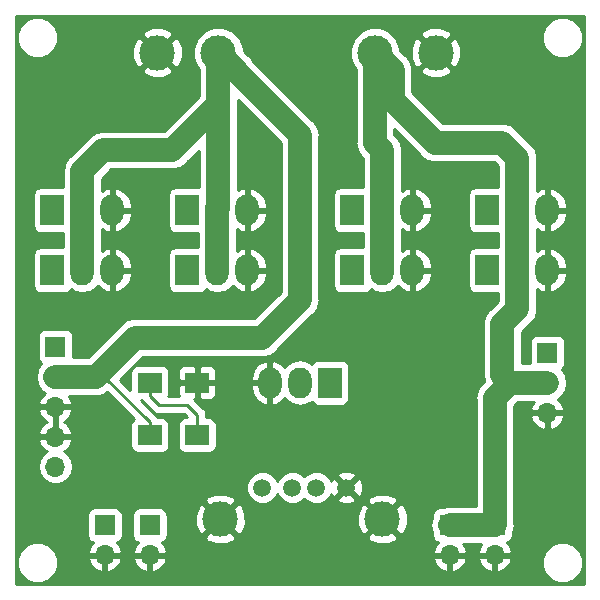
<source format=gbr>
G04 #@! TF.GenerationSoftware,KiCad,Pcbnew,(5.0.1)-4*
G04 #@! TF.CreationDate,2018-11-27T15:03:00-07:00*
G04 #@! TF.ProjectId,robot,726F626F742E6B696361645F70636200,rev?*
G04 #@! TF.SameCoordinates,Original*
G04 #@! TF.FileFunction,Copper,L1,Top,Signal*
G04 #@! TF.FilePolarity,Positive*
%FSLAX46Y46*%
G04 Gerber Fmt 4.6, Leading zero omitted, Abs format (unit mm)*
G04 Created by KiCad (PCBNEW (5.0.1)-4) date 11/27/2018 3:03:00 PM*
%MOMM*%
%LPD*%
G01*
G04 APERTURE LIST*
G04 #@! TA.AperFunction,SMDPad,CuDef*
%ADD10R,2.000000X1.700000*%
G04 #@! TD*
G04 #@! TA.AperFunction,ComponentPad*
%ADD11R,2.000000X2.600000*%
G04 #@! TD*
G04 #@! TA.AperFunction,ComponentPad*
%ADD12O,2.000000X2.600000*%
G04 #@! TD*
G04 #@! TA.AperFunction,ComponentPad*
%ADD13R,1.700000X1.700000*%
G04 #@! TD*
G04 #@! TA.AperFunction,ComponentPad*
%ADD14O,1.700000X1.700000*%
G04 #@! TD*
G04 #@! TA.AperFunction,ComponentPad*
%ADD15C,3.000000*%
G04 #@! TD*
G04 #@! TA.AperFunction,ComponentPad*
%ADD16C,1.500000*%
G04 #@! TD*
G04 #@! TA.AperFunction,ComponentPad*
%ADD17C,2.999740*%
G04 #@! TD*
G04 #@! TA.AperFunction,Conductor*
%ADD18C,0.250000*%
G04 #@! TD*
G04 #@! TA.AperFunction,Conductor*
%ADD19C,2.000000*%
G04 #@! TD*
G04 #@! TA.AperFunction,Conductor*
%ADD20C,0.254000*%
G04 #@! TD*
G04 APERTURE END LIST*
D10*
G04 #@! TO.P,D1,1*
G04 #@! TO.N,Net-(D1-Pad1)*
X125285000Y-95885000D03*
G04 #@! TO.P,D1,2*
G04 #@! TO.N,Net-(D1-Pad2)*
X121285000Y-95885000D03*
G04 #@! TD*
D11*
G04 #@! TO.P,J1,1*
G04 #@! TO.N,DATA*
X113030000Y-76835000D03*
D12*
G04 #@! TO.P,J1,2*
G04 #@! TO.N,Net-(D1-Pad2)*
X115570000Y-76835000D03*
G04 #@! TO.P,J1,3*
G04 #@! TO.N,GND*
X118110000Y-76835000D03*
G04 #@! TD*
D13*
G04 #@! TO.P,J3,1*
G04 #@! TO.N,DATA*
X154940000Y-88900000D03*
D14*
G04 #@! TO.P,J3,2*
G04 #@! TO.N,Net-(J12-Pad2)*
X154940000Y-91440000D03*
G04 #@! TO.P,J3,3*
G04 #@! TO.N,GND*
X154940000Y-93980000D03*
G04 #@! TD*
D11*
G04 #@! TO.P,J8,1*
G04 #@! TO.N,DATA*
X124460000Y-76835000D03*
D12*
G04 #@! TO.P,J8,2*
G04 #@! TO.N,Net-(D1-Pad2)*
X127000000Y-76835000D03*
G04 #@! TO.P,J8,3*
G04 #@! TO.N,GND*
X129540000Y-76835000D03*
G04 #@! TD*
D11*
G04 #@! TO.P,J10,1*
G04 #@! TO.N,DATA*
X113030000Y-81915000D03*
D12*
G04 #@! TO.P,J10,2*
G04 #@! TO.N,Net-(D1-Pad2)*
X115570000Y-81915000D03*
G04 #@! TO.P,J10,3*
G04 #@! TO.N,GND*
X118110000Y-81915000D03*
G04 #@! TD*
D11*
G04 #@! TO.P,J11,1*
G04 #@! TO.N,DATA*
X124460000Y-81915000D03*
D12*
G04 #@! TO.P,J11,2*
G04 #@! TO.N,Net-(D1-Pad2)*
X127000000Y-81915000D03*
G04 #@! TO.P,J11,3*
G04 #@! TO.N,GND*
X129540000Y-81915000D03*
G04 #@! TD*
D10*
G04 #@! TO.P,R1,1*
G04 #@! TO.N,Net-(D1-Pad1)*
X121285000Y-91440000D03*
G04 #@! TO.P,R1,2*
G04 #@! TO.N,GND*
X125285000Y-91440000D03*
G04 #@! TD*
D11*
G04 #@! TO.P,J12,1*
G04 #@! TO.N,DATA*
X149860000Y-81915000D03*
D12*
G04 #@! TO.P,J12,2*
G04 #@! TO.N,Net-(J12-Pad2)*
X152400000Y-81915000D03*
G04 #@! TO.P,J12,3*
G04 #@! TO.N,GND*
X154940000Y-81915000D03*
G04 #@! TD*
D11*
G04 #@! TO.P,J13,1*
G04 #@! TO.N,DATA*
X138430000Y-81915000D03*
D12*
G04 #@! TO.P,J13,2*
G04 #@! TO.N,Net-(J12-Pad2)*
X140970000Y-81915000D03*
G04 #@! TO.P,J13,3*
G04 #@! TO.N,GND*
X143510000Y-81915000D03*
G04 #@! TD*
D11*
G04 #@! TO.P,J14,1*
G04 #@! TO.N,DATA*
X149860000Y-76835000D03*
D12*
G04 #@! TO.P,J14,2*
G04 #@! TO.N,Net-(J12-Pad2)*
X152400000Y-76835000D03*
G04 #@! TO.P,J14,3*
G04 #@! TO.N,GND*
X154940000Y-76835000D03*
G04 #@! TD*
D11*
G04 #@! TO.P,J15,1*
G04 #@! TO.N,DATA*
X138430000Y-76835000D03*
D12*
G04 #@! TO.P,J15,2*
G04 #@! TO.N,Net-(J12-Pad2)*
X140970000Y-76835000D03*
G04 #@! TO.P,J15,3*
G04 #@! TO.N,GND*
X143510000Y-76835000D03*
G04 #@! TD*
D11*
G04 #@! TO.P,J2,1*
G04 #@! TO.N,DATA*
X136525000Y-91440000D03*
D12*
G04 #@! TO.P,J2,2*
G04 #@! TO.N,+5V*
X133985000Y-91440000D03*
G04 #@! TO.P,J2,3*
G04 #@! TO.N,GND*
X131445000Y-91440000D03*
G04 #@! TD*
D15*
G04 #@! TO.P,J5,5*
G04 #@! TO.N,GND*
X127250000Y-103000000D03*
X140970000Y-103000000D03*
D16*
G04 #@! TO.P,J5,1*
G04 #@! TO.N,+5V*
X130810000Y-100330000D03*
G04 #@! TO.P,J5,2*
G04 #@! TO.N,N/C*
X133350000Y-100330000D03*
G04 #@! TO.P,J5,3*
X135380000Y-100330000D03*
G04 #@! TO.P,J5,4*
G04 #@! TO.N,GND*
X137920000Y-100330000D03*
G04 #@! TD*
D14*
G04 #@! TO.P,J6,5*
G04 #@! TO.N,+5V*
X113284000Y-98552000D03*
G04 #@! TO.P,J6,4*
G04 #@! TO.N,GND*
X113284000Y-96012000D03*
G04 #@! TO.P,J6,3*
X113284000Y-93472000D03*
G04 #@! TO.P,J6,2*
G04 #@! TO.N,Net-(D1-Pad2)*
X113284000Y-90932000D03*
D13*
G04 #@! TO.P,J6,1*
G04 #@! TO.N,N/C*
X113284000Y-88392000D03*
G04 #@! TD*
D17*
G04 #@! TO.P,J4,1*
G04 #@! TO.N,GND*
X121920000Y-63500000D03*
G04 #@! TO.P,J4,2*
G04 #@! TO.N,Net-(D1-Pad2)*
X127080000Y-63500000D03*
G04 #@! TD*
G04 #@! TO.P,J7,2*
G04 #@! TO.N,Net-(J12-Pad2)*
X140335000Y-63500000D03*
G04 #@! TO.P,J7,1*
G04 #@! TO.N,GND*
X145495000Y-63500000D03*
G04 #@! TD*
D13*
G04 #@! TO.P,J9,1*
G04 #@! TO.N,+5V*
X121285000Y-103505000D03*
D14*
G04 #@! TO.P,J9,2*
G04 #@! TO.N,GND*
X121285000Y-106045000D03*
G04 #@! TD*
G04 #@! TO.P,J16,2*
G04 #@! TO.N,GND*
X117475000Y-106045000D03*
D13*
G04 #@! TO.P,J16,1*
G04 #@! TO.N,+5V*
X117475000Y-103505000D03*
G04 #@! TD*
G04 #@! TO.P,J17,1*
G04 #@! TO.N,Net-(J12-Pad2)*
X150495000Y-103505000D03*
D14*
G04 #@! TO.P,J17,2*
G04 #@! TO.N,GND*
X150495000Y-106045000D03*
G04 #@! TD*
G04 #@! TO.P,J18,2*
G04 #@! TO.N,GND*
X146685000Y-106045000D03*
D13*
G04 #@! TO.P,J18,1*
G04 #@! TO.N,Net-(J12-Pad2)*
X146685000Y-103505000D03*
G04 #@! TD*
D18*
G04 #@! TO.N,Net-(D1-Pad1)*
X121285000Y-92540000D02*
X122090000Y-93345000D01*
X121285000Y-91440000D02*
X121285000Y-92540000D01*
X122090000Y-93345000D02*
X124460000Y-93345000D01*
X125285000Y-94170000D02*
X125285000Y-95885000D01*
X124460000Y-93345000D02*
X125285000Y-94170000D01*
D19*
G04 #@! TO.N,Net-(J12-Pad2)*
X152400000Y-85215000D02*
X151130000Y-86485000D01*
X152400000Y-81915000D02*
X152400000Y-85215000D01*
X151130000Y-86485000D02*
X151130000Y-90805000D01*
X151765000Y-91440000D02*
X154940000Y-91440000D01*
X151130000Y-90805000D02*
X151765000Y-91440000D01*
X146685000Y-103505000D02*
X150495000Y-103505000D01*
X150495000Y-92710000D02*
X151765000Y-91440000D01*
X150495000Y-103505000D02*
X150495000Y-92710000D01*
X140970000Y-76835000D02*
X140970000Y-81915000D01*
X140335000Y-63500000D02*
X140335000Y-71120000D01*
X140970000Y-71755000D02*
X140970000Y-76835000D01*
X140335000Y-71120000D02*
X140970000Y-71755000D01*
X141834869Y-64999869D02*
X141834869Y-67539869D01*
X140335000Y-63500000D02*
X141834869Y-64999869D01*
X141834869Y-67539869D02*
X145415000Y-71120000D01*
X145415000Y-71120000D02*
X151130000Y-71120000D01*
X152400000Y-72390000D02*
X152400000Y-76835000D01*
X151130000Y-71120000D02*
X152400000Y-72390000D01*
X152400000Y-76835000D02*
X152400000Y-81915000D01*
G04 #@! TO.N,Net-(D1-Pad2)*
X116713000Y-90932000D02*
X113284000Y-90932000D01*
X120015000Y-87630000D02*
X116713000Y-90932000D01*
X128579869Y-64999869D02*
X128579869Y-65079869D01*
X127080000Y-63500000D02*
X128579869Y-64999869D01*
X128579869Y-65079869D02*
X133985000Y-70485000D01*
X133985000Y-70485000D02*
X133985000Y-84455000D01*
X133985000Y-84455000D02*
X130810000Y-87630000D01*
X130810000Y-87630000D02*
X120015000Y-87630000D01*
D18*
X121285000Y-94785000D02*
X121285000Y-95885000D01*
X117432000Y-90932000D02*
X121285000Y-94785000D01*
X113284000Y-90932000D02*
X117432000Y-90932000D01*
D19*
X127080000Y-76755000D02*
X127000000Y-76835000D01*
X127080000Y-63500000D02*
X127080000Y-76755000D01*
X127000000Y-76835000D02*
X127000000Y-81915000D01*
X115570000Y-73535000D02*
X115570000Y-76835000D01*
X117350000Y-71755000D02*
X115570000Y-73535000D01*
X123190000Y-71755000D02*
X117350000Y-71755000D01*
X127080000Y-67865000D02*
X123190000Y-71755000D01*
X127080000Y-63500000D02*
X127080000Y-67865000D01*
X115570000Y-76835000D02*
X115570000Y-81915000D01*
G04 #@! TD*
D20*
G04 #@! TO.N,GND*
G36*
X158040001Y-98990074D02*
X158040000Y-108510000D01*
X109930000Y-108510000D01*
X109930000Y-106334887D01*
X110025000Y-106334887D01*
X110025000Y-107025113D01*
X110289138Y-107662799D01*
X110777201Y-108150862D01*
X111414887Y-108415000D01*
X112105113Y-108415000D01*
X112742799Y-108150862D01*
X113230862Y-107662799D01*
X113495000Y-107025113D01*
X113495000Y-106401890D01*
X116033524Y-106401890D01*
X116203355Y-106811924D01*
X116593642Y-107240183D01*
X117118108Y-107486486D01*
X117348000Y-107365819D01*
X117348000Y-106172000D01*
X117602000Y-106172000D01*
X117602000Y-107365819D01*
X117831892Y-107486486D01*
X118356358Y-107240183D01*
X118746645Y-106811924D01*
X118916476Y-106401890D01*
X119843524Y-106401890D01*
X120013355Y-106811924D01*
X120403642Y-107240183D01*
X120928108Y-107486486D01*
X121158000Y-107365819D01*
X121158000Y-106172000D01*
X121412000Y-106172000D01*
X121412000Y-107365819D01*
X121641892Y-107486486D01*
X122166358Y-107240183D01*
X122556645Y-106811924D01*
X122726476Y-106401890D01*
X145243524Y-106401890D01*
X145413355Y-106811924D01*
X145803642Y-107240183D01*
X146328108Y-107486486D01*
X146558000Y-107365819D01*
X146558000Y-106172000D01*
X146812000Y-106172000D01*
X146812000Y-107365819D01*
X147041892Y-107486486D01*
X147566358Y-107240183D01*
X147956645Y-106811924D01*
X148126476Y-106401890D01*
X149053524Y-106401890D01*
X149223355Y-106811924D01*
X149613642Y-107240183D01*
X150138108Y-107486486D01*
X150368000Y-107365819D01*
X150368000Y-106172000D01*
X150622000Y-106172000D01*
X150622000Y-107365819D01*
X150851892Y-107486486D01*
X151376358Y-107240183D01*
X151766645Y-106811924D01*
X151936476Y-106401890D01*
X151901117Y-106334887D01*
X154475000Y-106334887D01*
X154475000Y-107025113D01*
X154739138Y-107662799D01*
X155227201Y-108150862D01*
X155864887Y-108415000D01*
X156555113Y-108415000D01*
X157192799Y-108150862D01*
X157680862Y-107662799D01*
X157945000Y-107025113D01*
X157945000Y-106334887D01*
X157680862Y-105697201D01*
X157192799Y-105209138D01*
X156555113Y-104945000D01*
X155864887Y-104945000D01*
X155227201Y-105209138D01*
X154739138Y-105697201D01*
X154475000Y-106334887D01*
X151901117Y-106334887D01*
X151815155Y-106172000D01*
X150622000Y-106172000D01*
X150368000Y-106172000D01*
X149174845Y-106172000D01*
X149053524Y-106401890D01*
X148126476Y-106401890D01*
X148005155Y-106172000D01*
X146812000Y-106172000D01*
X146558000Y-106172000D01*
X145364845Y-106172000D01*
X145243524Y-106401890D01*
X122726476Y-106401890D01*
X122605155Y-106172000D01*
X121412000Y-106172000D01*
X121158000Y-106172000D01*
X119964845Y-106172000D01*
X119843524Y-106401890D01*
X118916476Y-106401890D01*
X118795155Y-106172000D01*
X117602000Y-106172000D01*
X117348000Y-106172000D01*
X116154845Y-106172000D01*
X116033524Y-106401890D01*
X113495000Y-106401890D01*
X113495000Y-106334887D01*
X113230862Y-105697201D01*
X112742799Y-105209138D01*
X112105113Y-104945000D01*
X111414887Y-104945000D01*
X110777201Y-105209138D01*
X110289138Y-105697201D01*
X110025000Y-106334887D01*
X109930000Y-106334887D01*
X109930000Y-102655000D01*
X115977560Y-102655000D01*
X115977560Y-104355000D01*
X116026843Y-104602765D01*
X116167191Y-104812809D01*
X116377235Y-104953157D01*
X116480708Y-104973739D01*
X116203355Y-105278076D01*
X116033524Y-105688110D01*
X116154845Y-105918000D01*
X117348000Y-105918000D01*
X117348000Y-105898000D01*
X117602000Y-105898000D01*
X117602000Y-105918000D01*
X118795155Y-105918000D01*
X118916476Y-105688110D01*
X118746645Y-105278076D01*
X118469292Y-104973739D01*
X118572765Y-104953157D01*
X118782809Y-104812809D01*
X118923157Y-104602765D01*
X118972440Y-104355000D01*
X118972440Y-102655000D01*
X119787560Y-102655000D01*
X119787560Y-104355000D01*
X119836843Y-104602765D01*
X119977191Y-104812809D01*
X120187235Y-104953157D01*
X120290708Y-104973739D01*
X120013355Y-105278076D01*
X119843524Y-105688110D01*
X119964845Y-105918000D01*
X121158000Y-105918000D01*
X121158000Y-105898000D01*
X121412000Y-105898000D01*
X121412000Y-105918000D01*
X122605155Y-105918000D01*
X122726476Y-105688110D01*
X122556645Y-105278076D01*
X122279292Y-104973739D01*
X122382765Y-104953157D01*
X122592809Y-104812809D01*
X122733157Y-104602765D01*
X122750819Y-104513970D01*
X125915635Y-104513970D01*
X126075418Y-104832739D01*
X126866187Y-105142723D01*
X127715387Y-105126497D01*
X128424582Y-104832739D01*
X128584365Y-104513970D01*
X139635635Y-104513970D01*
X139795418Y-104832739D01*
X140586187Y-105142723D01*
X141435387Y-105126497D01*
X142144582Y-104832739D01*
X142304365Y-104513970D01*
X140970000Y-103179605D01*
X139635635Y-104513970D01*
X128584365Y-104513970D01*
X127250000Y-103179605D01*
X125915635Y-104513970D01*
X122750819Y-104513970D01*
X122782440Y-104355000D01*
X122782440Y-102655000D01*
X122774720Y-102616187D01*
X125107277Y-102616187D01*
X125123503Y-103465387D01*
X125417261Y-104174582D01*
X125736030Y-104334365D01*
X127070395Y-103000000D01*
X127429605Y-103000000D01*
X128763970Y-104334365D01*
X129082739Y-104174582D01*
X129392723Y-103383813D01*
X129378056Y-102616187D01*
X138827277Y-102616187D01*
X138843503Y-103465387D01*
X139137261Y-104174582D01*
X139456030Y-104334365D01*
X140790395Y-103000000D01*
X141149605Y-103000000D01*
X142483970Y-104334365D01*
X142802739Y-104174582D01*
X143112723Y-103383813D01*
X143096497Y-102534613D01*
X142802739Y-101825418D01*
X142483970Y-101665635D01*
X141149605Y-103000000D01*
X140790395Y-103000000D01*
X139456030Y-101665635D01*
X139137261Y-101825418D01*
X138827277Y-102616187D01*
X129378056Y-102616187D01*
X129376497Y-102534613D01*
X129082739Y-101825418D01*
X128763970Y-101665635D01*
X127429605Y-103000000D01*
X127070395Y-103000000D01*
X125736030Y-101665635D01*
X125417261Y-101825418D01*
X125107277Y-102616187D01*
X122774720Y-102616187D01*
X122733157Y-102407235D01*
X122592809Y-102197191D01*
X122382765Y-102056843D01*
X122135000Y-102007560D01*
X120435000Y-102007560D01*
X120187235Y-102056843D01*
X119977191Y-102197191D01*
X119836843Y-102407235D01*
X119787560Y-102655000D01*
X118972440Y-102655000D01*
X118923157Y-102407235D01*
X118782809Y-102197191D01*
X118572765Y-102056843D01*
X118325000Y-102007560D01*
X116625000Y-102007560D01*
X116377235Y-102056843D01*
X116167191Y-102197191D01*
X116026843Y-102407235D01*
X115977560Y-102655000D01*
X109930000Y-102655000D01*
X109930000Y-101486030D01*
X125915635Y-101486030D01*
X127250000Y-102820395D01*
X128584365Y-101486030D01*
X128424582Y-101167261D01*
X127633813Y-100857277D01*
X126784613Y-100873503D01*
X126075418Y-101167261D01*
X125915635Y-101486030D01*
X109930000Y-101486030D01*
X109930000Y-100054506D01*
X129425000Y-100054506D01*
X129425000Y-100605494D01*
X129635853Y-101114540D01*
X130025460Y-101504147D01*
X130534506Y-101715000D01*
X131085494Y-101715000D01*
X131594540Y-101504147D01*
X131984147Y-101114540D01*
X132080000Y-100883130D01*
X132175853Y-101114540D01*
X132565460Y-101504147D01*
X133074506Y-101715000D01*
X133625494Y-101715000D01*
X134134540Y-101504147D01*
X134365000Y-101273687D01*
X134595460Y-101504147D01*
X135104506Y-101715000D01*
X135655494Y-101715000D01*
X136164540Y-101504147D01*
X136367170Y-101301517D01*
X137128088Y-101301517D01*
X137196077Y-101542460D01*
X137715171Y-101727201D01*
X138265448Y-101699230D01*
X138643923Y-101542460D01*
X138659846Y-101486030D01*
X139635635Y-101486030D01*
X140970000Y-102820395D01*
X142304365Y-101486030D01*
X142144582Y-101167261D01*
X141353813Y-100857277D01*
X140504613Y-100873503D01*
X139795418Y-101167261D01*
X139635635Y-101486030D01*
X138659846Y-101486030D01*
X138711912Y-101301517D01*
X137920000Y-100509605D01*
X137128088Y-101301517D01*
X136367170Y-101301517D01*
X136554147Y-101114540D01*
X136643397Y-100899070D01*
X136707540Y-101053923D01*
X136948483Y-101121912D01*
X137740395Y-100330000D01*
X138099605Y-100330000D01*
X138891517Y-101121912D01*
X139132460Y-101053923D01*
X139317201Y-100534829D01*
X139289230Y-99984552D01*
X139132460Y-99606077D01*
X138891517Y-99538088D01*
X138099605Y-100330000D01*
X137740395Y-100330000D01*
X136948483Y-99538088D01*
X136707540Y-99606077D01*
X136648255Y-99772658D01*
X136554147Y-99545460D01*
X136367170Y-99358483D01*
X137128088Y-99358483D01*
X137920000Y-100150395D01*
X138711912Y-99358483D01*
X138643923Y-99117540D01*
X138124829Y-98932799D01*
X137574552Y-98960770D01*
X137196077Y-99117540D01*
X137128088Y-99358483D01*
X136367170Y-99358483D01*
X136164540Y-99155853D01*
X135655494Y-98945000D01*
X135104506Y-98945000D01*
X134595460Y-99155853D01*
X134365000Y-99386313D01*
X134134540Y-99155853D01*
X133625494Y-98945000D01*
X133074506Y-98945000D01*
X132565460Y-99155853D01*
X132175853Y-99545460D01*
X132080000Y-99776870D01*
X131984147Y-99545460D01*
X131594540Y-99155853D01*
X131085494Y-98945000D01*
X130534506Y-98945000D01*
X130025460Y-99155853D01*
X129635853Y-99545460D01*
X129425000Y-100054506D01*
X109930000Y-100054506D01*
X109930000Y-98552000D01*
X111769908Y-98552000D01*
X111885161Y-99131418D01*
X112213375Y-99622625D01*
X112704582Y-99950839D01*
X113137744Y-100037000D01*
X113430256Y-100037000D01*
X113863418Y-99950839D01*
X114354625Y-99622625D01*
X114682839Y-99131418D01*
X114798092Y-98552000D01*
X114682839Y-97972582D01*
X114354625Y-97481375D01*
X114035522Y-97268157D01*
X114165358Y-97207183D01*
X114555645Y-96778924D01*
X114725476Y-96368890D01*
X114604155Y-96139000D01*
X113411000Y-96139000D01*
X113411000Y-96159000D01*
X113157000Y-96159000D01*
X113157000Y-96139000D01*
X111963845Y-96139000D01*
X111842524Y-96368890D01*
X112012355Y-96778924D01*
X112402642Y-97207183D01*
X112532478Y-97268157D01*
X112213375Y-97481375D01*
X111885161Y-97972582D01*
X111769908Y-98552000D01*
X109930000Y-98552000D01*
X109930000Y-93828890D01*
X111842524Y-93828890D01*
X112012355Y-94238924D01*
X112402642Y-94667183D01*
X112561954Y-94742000D01*
X112402642Y-94816817D01*
X112012355Y-95245076D01*
X111842524Y-95655110D01*
X111963845Y-95885000D01*
X113157000Y-95885000D01*
X113157000Y-93599000D01*
X113411000Y-93599000D01*
X113411000Y-95885000D01*
X114604155Y-95885000D01*
X114725476Y-95655110D01*
X114555645Y-95245076D01*
X114165358Y-94816817D01*
X114006046Y-94742000D01*
X114165358Y-94667183D01*
X114555645Y-94238924D01*
X114725476Y-93828890D01*
X114604155Y-93599000D01*
X113411000Y-93599000D01*
X113157000Y-93599000D01*
X111963845Y-93599000D01*
X111842524Y-93828890D01*
X109930000Y-93828890D01*
X109930000Y-75535000D01*
X111382560Y-75535000D01*
X111382560Y-78135000D01*
X111431843Y-78382765D01*
X111572191Y-78592809D01*
X111782235Y-78733157D01*
X112030000Y-78782440D01*
X113935000Y-78782440D01*
X113935001Y-79967560D01*
X112030000Y-79967560D01*
X111782235Y-80016843D01*
X111572191Y-80157191D01*
X111431843Y-80367235D01*
X111382560Y-80615000D01*
X111382560Y-83215000D01*
X111431843Y-83462765D01*
X111572191Y-83672809D01*
X111782235Y-83813157D01*
X112030000Y-83862440D01*
X114030000Y-83862440D01*
X114277765Y-83813157D01*
X114487809Y-83672809D01*
X114586900Y-83524510D01*
X114932056Y-83755136D01*
X115570000Y-83882031D01*
X116207945Y-83755136D01*
X116748769Y-83393769D01*
X116859952Y-83227371D01*
X117043683Y-83460922D01*
X117601645Y-83774144D01*
X117729566Y-83805124D01*
X117983000Y-83685777D01*
X117983000Y-82042000D01*
X118237000Y-82042000D01*
X118237000Y-83685777D01*
X118490434Y-83805124D01*
X118618355Y-83774144D01*
X119176317Y-83460922D01*
X119571942Y-82958020D01*
X119745000Y-82342000D01*
X119745000Y-82042000D01*
X118237000Y-82042000D01*
X117983000Y-82042000D01*
X117963000Y-82042000D01*
X117963000Y-81788000D01*
X117983000Y-81788000D01*
X117983000Y-80144223D01*
X118237000Y-80144223D01*
X118237000Y-81788000D01*
X119745000Y-81788000D01*
X119745000Y-81488000D01*
X119571942Y-80871980D01*
X119176317Y-80369078D01*
X118618355Y-80055856D01*
X118490434Y-80024876D01*
X118237000Y-80144223D01*
X117983000Y-80144223D01*
X117729566Y-80024876D01*
X117601645Y-80055856D01*
X117205000Y-80278520D01*
X117205000Y-78471480D01*
X117601645Y-78694144D01*
X117729566Y-78725124D01*
X117983000Y-78605777D01*
X117983000Y-76962000D01*
X118237000Y-76962000D01*
X118237000Y-78605777D01*
X118490434Y-78725124D01*
X118618355Y-78694144D01*
X119176317Y-78380922D01*
X119571942Y-77878020D01*
X119745000Y-77262000D01*
X119745000Y-76962000D01*
X118237000Y-76962000D01*
X117983000Y-76962000D01*
X117963000Y-76962000D01*
X117963000Y-76708000D01*
X117983000Y-76708000D01*
X117983000Y-75064223D01*
X118237000Y-75064223D01*
X118237000Y-76708000D01*
X119745000Y-76708000D01*
X119745000Y-76408000D01*
X119571942Y-75791980D01*
X119176317Y-75289078D01*
X118618355Y-74975856D01*
X118490434Y-74944876D01*
X118237000Y-75064223D01*
X117983000Y-75064223D01*
X117729566Y-74944876D01*
X117601645Y-74975856D01*
X117205000Y-75198520D01*
X117205000Y-74212238D01*
X118027239Y-73390000D01*
X123028970Y-73390000D01*
X123190000Y-73422031D01*
X123351030Y-73390000D01*
X123351031Y-73390000D01*
X123827945Y-73295136D01*
X124368769Y-72933769D01*
X124459988Y-72797250D01*
X125445001Y-71812238D01*
X125445001Y-74887560D01*
X123460000Y-74887560D01*
X123212235Y-74936843D01*
X123002191Y-75077191D01*
X122861843Y-75287235D01*
X122812560Y-75535000D01*
X122812560Y-78135000D01*
X122861843Y-78382765D01*
X123002191Y-78592809D01*
X123212235Y-78733157D01*
X123460000Y-78782440D01*
X125365000Y-78782440D01*
X125365001Y-79967560D01*
X123460000Y-79967560D01*
X123212235Y-80016843D01*
X123002191Y-80157191D01*
X122861843Y-80367235D01*
X122812560Y-80615000D01*
X122812560Y-83215000D01*
X122861843Y-83462765D01*
X123002191Y-83672809D01*
X123212235Y-83813157D01*
X123460000Y-83862440D01*
X125460000Y-83862440D01*
X125707765Y-83813157D01*
X125917809Y-83672809D01*
X126016900Y-83524510D01*
X126362056Y-83755136D01*
X127000000Y-83882031D01*
X127637945Y-83755136D01*
X128178769Y-83393769D01*
X128289952Y-83227371D01*
X128473683Y-83460922D01*
X129031645Y-83774144D01*
X129159566Y-83805124D01*
X129413000Y-83685777D01*
X129413000Y-82042000D01*
X129667000Y-82042000D01*
X129667000Y-83685777D01*
X129920434Y-83805124D01*
X130048355Y-83774144D01*
X130606317Y-83460922D01*
X131001942Y-82958020D01*
X131175000Y-82342000D01*
X131175000Y-82042000D01*
X129667000Y-82042000D01*
X129413000Y-82042000D01*
X129393000Y-82042000D01*
X129393000Y-81788000D01*
X129413000Y-81788000D01*
X129413000Y-80144223D01*
X129667000Y-80144223D01*
X129667000Y-81788000D01*
X131175000Y-81788000D01*
X131175000Y-81488000D01*
X131001942Y-80871980D01*
X130606317Y-80369078D01*
X130048355Y-80055856D01*
X129920434Y-80024876D01*
X129667000Y-80144223D01*
X129413000Y-80144223D01*
X129159566Y-80024876D01*
X129031645Y-80055856D01*
X128635000Y-80278520D01*
X128635000Y-78471480D01*
X129031645Y-78694144D01*
X129159566Y-78725124D01*
X129413000Y-78605777D01*
X129413000Y-76962000D01*
X129667000Y-76962000D01*
X129667000Y-78605777D01*
X129920434Y-78725124D01*
X130048355Y-78694144D01*
X130606317Y-78380922D01*
X131001942Y-77878020D01*
X131175000Y-77262000D01*
X131175000Y-76962000D01*
X129667000Y-76962000D01*
X129413000Y-76962000D01*
X129393000Y-76962000D01*
X129393000Y-76708000D01*
X129413000Y-76708000D01*
X129413000Y-75064223D01*
X129667000Y-75064223D01*
X129667000Y-76708000D01*
X131175000Y-76708000D01*
X131175000Y-76408000D01*
X131001942Y-75791980D01*
X130606317Y-75289078D01*
X130048355Y-74975856D01*
X129920434Y-74944876D01*
X129667000Y-75064223D01*
X129413000Y-75064223D01*
X129159566Y-74944876D01*
X129031645Y-74975856D01*
X128715000Y-75153610D01*
X128715000Y-68026031D01*
X128747031Y-67865000D01*
X128715000Y-67703969D01*
X128715000Y-67527238D01*
X132350000Y-71162240D01*
X132350001Y-83777760D01*
X130132762Y-85995000D01*
X120176025Y-85995000D01*
X120014999Y-85962970D01*
X119853973Y-85995000D01*
X119853969Y-85995000D01*
X119377055Y-86089864D01*
X118836231Y-86451231D01*
X118745014Y-86587747D01*
X116035762Y-89297000D01*
X114770500Y-89297000D01*
X114781440Y-89242000D01*
X114781440Y-87542000D01*
X114732157Y-87294235D01*
X114591809Y-87084191D01*
X114381765Y-86943843D01*
X114134000Y-86894560D01*
X112434000Y-86894560D01*
X112186235Y-86943843D01*
X111976191Y-87084191D01*
X111835843Y-87294235D01*
X111786560Y-87542000D01*
X111786560Y-89242000D01*
X111835843Y-89489765D01*
X111976191Y-89699809D01*
X112090079Y-89775907D01*
X111743864Y-90294055D01*
X111616969Y-90932000D01*
X111743864Y-91569945D01*
X112105231Y-92110769D01*
X112384134Y-92297126D01*
X112012355Y-92705076D01*
X111842524Y-93115110D01*
X111963845Y-93345000D01*
X113157000Y-93345000D01*
X113157000Y-93325000D01*
X113411000Y-93325000D01*
X113411000Y-93345000D01*
X114604155Y-93345000D01*
X114725476Y-93115110D01*
X114555645Y-92705076D01*
X114429812Y-92567000D01*
X116551970Y-92567000D01*
X116713000Y-92599031D01*
X116874030Y-92567000D01*
X116874031Y-92567000D01*
X117350945Y-92472136D01*
X117678482Y-92253283D01*
X119932214Y-94507016D01*
X119827191Y-94577191D01*
X119686843Y-94787235D01*
X119637560Y-95035000D01*
X119637560Y-96735000D01*
X119686843Y-96982765D01*
X119827191Y-97192809D01*
X120037235Y-97333157D01*
X120285000Y-97382440D01*
X122285000Y-97382440D01*
X122532765Y-97333157D01*
X122742809Y-97192809D01*
X122883157Y-96982765D01*
X122932440Y-96735000D01*
X122932440Y-95035000D01*
X122883157Y-94787235D01*
X122742809Y-94577191D01*
X122532765Y-94436843D01*
X122285000Y-94387560D01*
X121933483Y-94387560D01*
X121832929Y-94237071D01*
X121769473Y-94194671D01*
X120512242Y-92937440D01*
X120636518Y-92937440D01*
X120737072Y-93087929D01*
X120800528Y-93130329D01*
X121499670Y-93829472D01*
X121542071Y-93892929D01*
X121793463Y-94060904D01*
X122015148Y-94105000D01*
X122015153Y-94105000D01*
X122090000Y-94119888D01*
X122164847Y-94105000D01*
X124145199Y-94105000D01*
X124427758Y-94387560D01*
X124285000Y-94387560D01*
X124037235Y-94436843D01*
X123827191Y-94577191D01*
X123686843Y-94787235D01*
X123637560Y-95035000D01*
X123637560Y-96735000D01*
X123686843Y-96982765D01*
X123827191Y-97192809D01*
X124037235Y-97333157D01*
X124285000Y-97382440D01*
X126285000Y-97382440D01*
X126532765Y-97333157D01*
X126742809Y-97192809D01*
X126883157Y-96982765D01*
X126932440Y-96735000D01*
X126932440Y-95035000D01*
X126883157Y-94787235D01*
X126742809Y-94577191D01*
X126532765Y-94436843D01*
X126285000Y-94387560D01*
X126045000Y-94387560D01*
X126045000Y-94244846D01*
X126059888Y-94169999D01*
X126045000Y-94095152D01*
X126045000Y-94095148D01*
X126000904Y-93873463D01*
X125832929Y-93622071D01*
X125769473Y-93579671D01*
X125057026Y-92867224D01*
X125158000Y-92766250D01*
X125158000Y-91567000D01*
X125412000Y-91567000D01*
X125412000Y-92766250D01*
X125570750Y-92925000D01*
X126411309Y-92925000D01*
X126644698Y-92828327D01*
X126823327Y-92649699D01*
X126920000Y-92416310D01*
X126920000Y-91725750D01*
X126761250Y-91567000D01*
X129810000Y-91567000D01*
X129810000Y-91867000D01*
X129983058Y-92483020D01*
X130378683Y-92985922D01*
X130936645Y-93299144D01*
X131064566Y-93330124D01*
X131318000Y-93210777D01*
X131318000Y-91567000D01*
X129810000Y-91567000D01*
X126761250Y-91567000D01*
X125412000Y-91567000D01*
X125158000Y-91567000D01*
X123808750Y-91567000D01*
X123650000Y-91725750D01*
X123650000Y-92416310D01*
X123719874Y-92585000D01*
X122851595Y-92585000D01*
X122883157Y-92537765D01*
X122932440Y-92290000D01*
X122932440Y-90590000D01*
X122907316Y-90463690D01*
X123650000Y-90463690D01*
X123650000Y-91154250D01*
X123808750Y-91313000D01*
X125158000Y-91313000D01*
X125158000Y-90113750D01*
X125412000Y-90113750D01*
X125412000Y-91313000D01*
X126761250Y-91313000D01*
X126920000Y-91154250D01*
X126920000Y-91013000D01*
X129810000Y-91013000D01*
X129810000Y-91313000D01*
X131318000Y-91313000D01*
X131318000Y-89669223D01*
X131572000Y-89669223D01*
X131572000Y-91313000D01*
X131592000Y-91313000D01*
X131592000Y-91567000D01*
X131572000Y-91567000D01*
X131572000Y-93210777D01*
X131825434Y-93330124D01*
X131953355Y-93299144D01*
X132511317Y-92985922D01*
X132695048Y-92752371D01*
X132806231Y-92918769D01*
X133347055Y-93280136D01*
X133985000Y-93407031D01*
X134622944Y-93280136D01*
X134968100Y-93049510D01*
X135067191Y-93197809D01*
X135277235Y-93338157D01*
X135525000Y-93387440D01*
X137525000Y-93387440D01*
X137772765Y-93338157D01*
X137982809Y-93197809D01*
X138123157Y-92987765D01*
X138172440Y-92740000D01*
X138172440Y-90140000D01*
X138123157Y-89892235D01*
X137982809Y-89682191D01*
X137772765Y-89541843D01*
X137525000Y-89492560D01*
X135525000Y-89492560D01*
X135277235Y-89541843D01*
X135067191Y-89682191D01*
X134968100Y-89830489D01*
X134622945Y-89599864D01*
X133985000Y-89472969D01*
X133347056Y-89599864D01*
X132806231Y-89961231D01*
X132695048Y-90127629D01*
X132511317Y-89894078D01*
X131953355Y-89580856D01*
X131825434Y-89549876D01*
X131572000Y-89669223D01*
X131318000Y-89669223D01*
X131064566Y-89549876D01*
X130936645Y-89580856D01*
X130378683Y-89894078D01*
X129983058Y-90396980D01*
X129810000Y-91013000D01*
X126920000Y-91013000D01*
X126920000Y-90463690D01*
X126823327Y-90230301D01*
X126644698Y-90051673D01*
X126411309Y-89955000D01*
X125570750Y-89955000D01*
X125412000Y-90113750D01*
X125158000Y-90113750D01*
X124999250Y-89955000D01*
X124158691Y-89955000D01*
X123925302Y-90051673D01*
X123746673Y-90230301D01*
X123650000Y-90463690D01*
X122907316Y-90463690D01*
X122883157Y-90342235D01*
X122742809Y-90132191D01*
X122532765Y-89991843D01*
X122285000Y-89942560D01*
X120285000Y-89942560D01*
X120037235Y-89991843D01*
X119827191Y-90132191D01*
X119686843Y-90342235D01*
X119637560Y-90590000D01*
X119637560Y-92062759D01*
X118766020Y-91191219D01*
X120692239Y-89265000D01*
X130648970Y-89265000D01*
X130810000Y-89297031D01*
X130971030Y-89265000D01*
X130971031Y-89265000D01*
X131447945Y-89170136D01*
X131988769Y-88808769D01*
X132079988Y-88672250D01*
X135027253Y-85724986D01*
X135163769Y-85633769D01*
X135525136Y-85092945D01*
X135620000Y-84616031D01*
X135652031Y-84455001D01*
X135620000Y-84293971D01*
X135620000Y-75535000D01*
X136782560Y-75535000D01*
X136782560Y-78135000D01*
X136831843Y-78382765D01*
X136972191Y-78592809D01*
X137182235Y-78733157D01*
X137430000Y-78782440D01*
X139335000Y-78782440D01*
X139335001Y-79967560D01*
X137430000Y-79967560D01*
X137182235Y-80016843D01*
X136972191Y-80157191D01*
X136831843Y-80367235D01*
X136782560Y-80615000D01*
X136782560Y-83215000D01*
X136831843Y-83462765D01*
X136972191Y-83672809D01*
X137182235Y-83813157D01*
X137430000Y-83862440D01*
X139430000Y-83862440D01*
X139677765Y-83813157D01*
X139887809Y-83672809D01*
X139986900Y-83524510D01*
X140332056Y-83755136D01*
X140970000Y-83882031D01*
X141607945Y-83755136D01*
X142148769Y-83393769D01*
X142259952Y-83227371D01*
X142443683Y-83460922D01*
X143001645Y-83774144D01*
X143129566Y-83805124D01*
X143383000Y-83685777D01*
X143383000Y-82042000D01*
X143637000Y-82042000D01*
X143637000Y-83685777D01*
X143890434Y-83805124D01*
X144018355Y-83774144D01*
X144576317Y-83460922D01*
X144971942Y-82958020D01*
X145145000Y-82342000D01*
X145145000Y-82042000D01*
X143637000Y-82042000D01*
X143383000Y-82042000D01*
X143363000Y-82042000D01*
X143363000Y-81788000D01*
X143383000Y-81788000D01*
X143383000Y-80144223D01*
X143637000Y-80144223D01*
X143637000Y-81788000D01*
X145145000Y-81788000D01*
X145145000Y-81488000D01*
X144971942Y-80871980D01*
X144576317Y-80369078D01*
X144018355Y-80055856D01*
X143890434Y-80024876D01*
X143637000Y-80144223D01*
X143383000Y-80144223D01*
X143129566Y-80024876D01*
X143001645Y-80055856D01*
X142605000Y-80278520D01*
X142605000Y-78471480D01*
X143001645Y-78694144D01*
X143129566Y-78725124D01*
X143383000Y-78605777D01*
X143383000Y-76962000D01*
X143637000Y-76962000D01*
X143637000Y-78605777D01*
X143890434Y-78725124D01*
X144018355Y-78694144D01*
X144576317Y-78380922D01*
X144971942Y-77878020D01*
X145145000Y-77262000D01*
X145145000Y-76962000D01*
X143637000Y-76962000D01*
X143383000Y-76962000D01*
X143363000Y-76962000D01*
X143363000Y-76708000D01*
X143383000Y-76708000D01*
X143383000Y-75064223D01*
X143637000Y-75064223D01*
X143637000Y-76708000D01*
X145145000Y-76708000D01*
X145145000Y-76408000D01*
X144971942Y-75791980D01*
X144576317Y-75289078D01*
X144018355Y-74975856D01*
X143890434Y-74944876D01*
X143637000Y-75064223D01*
X143383000Y-75064223D01*
X143129566Y-74944876D01*
X143001645Y-74975856D01*
X142605000Y-75198520D01*
X142605000Y-71916031D01*
X142637031Y-71755000D01*
X142510136Y-71117055D01*
X142148769Y-70576231D01*
X142012250Y-70485012D01*
X141970000Y-70442762D01*
X141970000Y-69987238D01*
X144145014Y-72162253D01*
X144236231Y-72298769D01*
X144777055Y-72660136D01*
X145253969Y-72755000D01*
X145253970Y-72755000D01*
X145415000Y-72787031D01*
X145576030Y-72755000D01*
X150452762Y-72755000D01*
X150765000Y-73067239D01*
X150765001Y-74887560D01*
X148860000Y-74887560D01*
X148612235Y-74936843D01*
X148402191Y-75077191D01*
X148261843Y-75287235D01*
X148212560Y-75535000D01*
X148212560Y-78135000D01*
X148261843Y-78382765D01*
X148402191Y-78592809D01*
X148612235Y-78733157D01*
X148860000Y-78782440D01*
X150765000Y-78782440D01*
X150765001Y-79967560D01*
X148860000Y-79967560D01*
X148612235Y-80016843D01*
X148402191Y-80157191D01*
X148261843Y-80367235D01*
X148212560Y-80615000D01*
X148212560Y-83215000D01*
X148261843Y-83462765D01*
X148402191Y-83672809D01*
X148612235Y-83813157D01*
X148860000Y-83862440D01*
X150765001Y-83862440D01*
X150765001Y-84537761D01*
X150087750Y-85215012D01*
X149951231Y-85306231D01*
X149589864Y-85847056D01*
X149508271Y-86257254D01*
X149462969Y-86485000D01*
X149495000Y-86646030D01*
X149495001Y-90643966D01*
X149462969Y-90805000D01*
X149564017Y-91313000D01*
X149566630Y-91326132D01*
X149452748Y-91440014D01*
X149316232Y-91531231D01*
X149225015Y-91667747D01*
X148954865Y-92072055D01*
X148827969Y-92710000D01*
X148860001Y-92871035D01*
X148860000Y-101870000D01*
X146523969Y-101870000D01*
X146047055Y-101964864D01*
X145983156Y-102007560D01*
X145835000Y-102007560D01*
X145587235Y-102056843D01*
X145377191Y-102197191D01*
X145236843Y-102407235D01*
X145187560Y-102655000D01*
X145187560Y-102803156D01*
X145144864Y-102867055D01*
X145017969Y-103505000D01*
X145144864Y-104142945D01*
X145187560Y-104206844D01*
X145187560Y-104355000D01*
X145236843Y-104602765D01*
X145377191Y-104812809D01*
X145587235Y-104953157D01*
X145690708Y-104973739D01*
X145413355Y-105278076D01*
X145243524Y-105688110D01*
X145364845Y-105918000D01*
X146558000Y-105918000D01*
X146558000Y-105898000D01*
X146812000Y-105898000D01*
X146812000Y-105918000D01*
X148005155Y-105918000D01*
X148126476Y-105688110D01*
X147956645Y-105278076D01*
X147830812Y-105140000D01*
X149349188Y-105140000D01*
X149223355Y-105278076D01*
X149053524Y-105688110D01*
X149174845Y-105918000D01*
X150368000Y-105918000D01*
X150368000Y-105898000D01*
X150622000Y-105898000D01*
X150622000Y-105918000D01*
X151815155Y-105918000D01*
X151936476Y-105688110D01*
X151766645Y-105278076D01*
X151489292Y-104973739D01*
X151592765Y-104953157D01*
X151802809Y-104812809D01*
X151943157Y-104602765D01*
X151992440Y-104355000D01*
X151992440Y-104206844D01*
X152035136Y-104142945D01*
X152162031Y-103505000D01*
X152130000Y-103343969D01*
X152130000Y-94336890D01*
X153498524Y-94336890D01*
X153668355Y-94746924D01*
X154058642Y-95175183D01*
X154583108Y-95421486D01*
X154813000Y-95300819D01*
X154813000Y-94107000D01*
X155067000Y-94107000D01*
X155067000Y-95300819D01*
X155296892Y-95421486D01*
X155821358Y-95175183D01*
X156211645Y-94746924D01*
X156381476Y-94336890D01*
X156260155Y-94107000D01*
X155067000Y-94107000D01*
X154813000Y-94107000D01*
X153619845Y-94107000D01*
X153498524Y-94336890D01*
X152130000Y-94336890D01*
X152130000Y-93387238D01*
X152442239Y-93075000D01*
X153794188Y-93075000D01*
X153668355Y-93213076D01*
X153498524Y-93623110D01*
X153619845Y-93853000D01*
X154813000Y-93853000D01*
X154813000Y-93833000D01*
X155067000Y-93833000D01*
X155067000Y-93853000D01*
X156260155Y-93853000D01*
X156381476Y-93623110D01*
X156211645Y-93213076D01*
X155839866Y-92805126D01*
X156118769Y-92618769D01*
X156480136Y-92077945D01*
X156607031Y-91440000D01*
X156480136Y-90802055D01*
X156133921Y-90283907D01*
X156247809Y-90207809D01*
X156388157Y-89997765D01*
X156437440Y-89750000D01*
X156437440Y-88050000D01*
X156388157Y-87802235D01*
X156247809Y-87592191D01*
X156037765Y-87451843D01*
X155790000Y-87402560D01*
X154090000Y-87402560D01*
X153842235Y-87451843D01*
X153632191Y-87592191D01*
X153491843Y-87802235D01*
X153442560Y-88050000D01*
X153442560Y-89750000D01*
X153453500Y-89805000D01*
X152765000Y-89805000D01*
X152765000Y-87162238D01*
X153442252Y-86484986D01*
X153578769Y-86393769D01*
X153940136Y-85852945D01*
X154035000Y-85376031D01*
X154035000Y-85376027D01*
X154067030Y-85215001D01*
X154035000Y-85053975D01*
X154035000Y-83551480D01*
X154431645Y-83774144D01*
X154559566Y-83805124D01*
X154813000Y-83685777D01*
X154813000Y-82042000D01*
X155067000Y-82042000D01*
X155067000Y-83685777D01*
X155320434Y-83805124D01*
X155448355Y-83774144D01*
X156006317Y-83460922D01*
X156401942Y-82958020D01*
X156575000Y-82342000D01*
X156575000Y-82042000D01*
X155067000Y-82042000D01*
X154813000Y-82042000D01*
X154793000Y-82042000D01*
X154793000Y-81788000D01*
X154813000Y-81788000D01*
X154813000Y-80144223D01*
X155067000Y-80144223D01*
X155067000Y-81788000D01*
X156575000Y-81788000D01*
X156575000Y-81488000D01*
X156401942Y-80871980D01*
X156006317Y-80369078D01*
X155448355Y-80055856D01*
X155320434Y-80024876D01*
X155067000Y-80144223D01*
X154813000Y-80144223D01*
X154559566Y-80024876D01*
X154431645Y-80055856D01*
X154035000Y-80278520D01*
X154035000Y-78471480D01*
X154431645Y-78694144D01*
X154559566Y-78725124D01*
X154813000Y-78605777D01*
X154813000Y-76962000D01*
X155067000Y-76962000D01*
X155067000Y-78605777D01*
X155320434Y-78725124D01*
X155448355Y-78694144D01*
X156006317Y-78380922D01*
X156401942Y-77878020D01*
X156575000Y-77262000D01*
X156575000Y-76962000D01*
X155067000Y-76962000D01*
X154813000Y-76962000D01*
X154793000Y-76962000D01*
X154793000Y-76708000D01*
X154813000Y-76708000D01*
X154813000Y-75064223D01*
X155067000Y-75064223D01*
X155067000Y-76708000D01*
X156575000Y-76708000D01*
X156575000Y-76408000D01*
X156401942Y-75791980D01*
X156006317Y-75289078D01*
X155448355Y-74975856D01*
X155320434Y-74944876D01*
X155067000Y-75064223D01*
X154813000Y-75064223D01*
X154559566Y-74944876D01*
X154431645Y-74975856D01*
X154035000Y-75198520D01*
X154035000Y-72551025D01*
X154067030Y-72389999D01*
X154035000Y-72228973D01*
X154035000Y-72228969D01*
X153940136Y-71752055D01*
X153578769Y-71211231D01*
X153442253Y-71120014D01*
X152399988Y-70077750D01*
X152308769Y-69941231D01*
X151767945Y-69579864D01*
X151291031Y-69485000D01*
X151291030Y-69485000D01*
X151130000Y-69452969D01*
X150968970Y-69485000D01*
X146092239Y-69485000D01*
X143469869Y-66862631D01*
X143469869Y-65160898D01*
X143499113Y-65013877D01*
X144160728Y-65013877D01*
X144320495Y-65332632D01*
X145111217Y-65642595D01*
X145960366Y-65626367D01*
X146669505Y-65332632D01*
X146829272Y-65013877D01*
X145495000Y-63679605D01*
X144160728Y-65013877D01*
X143499113Y-65013877D01*
X143501900Y-64999868D01*
X143468961Y-64834272D01*
X143375005Y-64361924D01*
X143013638Y-63821100D01*
X142877122Y-63729883D01*
X142469870Y-63322631D01*
X142469870Y-63116217D01*
X143352405Y-63116217D01*
X143368633Y-63965366D01*
X143662368Y-64674505D01*
X143981123Y-64834272D01*
X145315395Y-63500000D01*
X145674605Y-63500000D01*
X147008877Y-64834272D01*
X147327632Y-64674505D01*
X147637595Y-63883783D01*
X147621367Y-63034634D01*
X147327632Y-62325495D01*
X147008877Y-62165728D01*
X145674605Y-63500000D01*
X145315395Y-63500000D01*
X143981123Y-62165728D01*
X143662368Y-62325495D01*
X143352405Y-63116217D01*
X142469870Y-63116217D01*
X142469870Y-63075348D01*
X142144856Y-62290693D01*
X141840286Y-61986123D01*
X144160728Y-61986123D01*
X145495000Y-63320395D01*
X146829272Y-61986123D01*
X146778531Y-61884887D01*
X154475000Y-61884887D01*
X154475000Y-62575113D01*
X154739138Y-63212799D01*
X155227201Y-63700862D01*
X155864887Y-63965000D01*
X156555113Y-63965000D01*
X157192799Y-63700862D01*
X157680862Y-63212799D01*
X157945000Y-62575113D01*
X157945000Y-61884887D01*
X157680862Y-61247201D01*
X157192799Y-60759138D01*
X156555113Y-60495000D01*
X155864887Y-60495000D01*
X155227201Y-60759138D01*
X154739138Y-61247201D01*
X154475000Y-61884887D01*
X146778531Y-61884887D01*
X146669505Y-61667368D01*
X145878783Y-61357405D01*
X145029634Y-61373633D01*
X144320495Y-61667368D01*
X144160728Y-61986123D01*
X141840286Y-61986123D01*
X141544307Y-61690144D01*
X140759652Y-61365130D01*
X139910348Y-61365130D01*
X139125693Y-61690144D01*
X138525144Y-62290693D01*
X138200130Y-63075348D01*
X138200130Y-63924652D01*
X138525144Y-64709307D01*
X138700000Y-64884163D01*
X138700001Y-70958966D01*
X138667969Y-71120000D01*
X138713271Y-71347746D01*
X138794865Y-71757945D01*
X139156232Y-72298769D01*
X139292748Y-72389986D01*
X139335000Y-72432238D01*
X139335001Y-74887560D01*
X137430000Y-74887560D01*
X137182235Y-74936843D01*
X136972191Y-75077191D01*
X136831843Y-75287235D01*
X136782560Y-75535000D01*
X135620000Y-75535000D01*
X135620000Y-70646031D01*
X135652031Y-70485000D01*
X135525136Y-69847054D01*
X135254986Y-69442746D01*
X135254984Y-69442744D01*
X135163769Y-69306231D01*
X135027256Y-69215016D01*
X130010950Y-64198712D01*
X129758638Y-63821100D01*
X129622122Y-63729883D01*
X129214870Y-63322631D01*
X129214870Y-63075348D01*
X128889856Y-62290693D01*
X128289307Y-61690144D01*
X127504652Y-61365130D01*
X126655348Y-61365130D01*
X125870693Y-61690144D01*
X125270144Y-62290693D01*
X124945130Y-63075348D01*
X124945130Y-63924652D01*
X125270144Y-64709307D01*
X125445000Y-64884163D01*
X125445000Y-67187761D01*
X122512762Y-70120000D01*
X117511029Y-70120000D01*
X117349999Y-70087969D01*
X117188969Y-70120000D01*
X116712055Y-70214864D01*
X116171231Y-70576231D01*
X116080014Y-70712747D01*
X114527750Y-72265012D01*
X114391231Y-72356231D01*
X114029864Y-72897056D01*
X114003829Y-73027945D01*
X113902969Y-73535000D01*
X113935000Y-73696030D01*
X113935000Y-74887560D01*
X112030000Y-74887560D01*
X111782235Y-74936843D01*
X111572191Y-75077191D01*
X111431843Y-75287235D01*
X111382560Y-75535000D01*
X109930000Y-75535000D01*
X109930000Y-65013877D01*
X120585728Y-65013877D01*
X120745495Y-65332632D01*
X121536217Y-65642595D01*
X122385366Y-65626367D01*
X123094505Y-65332632D01*
X123254272Y-65013877D01*
X121920000Y-63679605D01*
X120585728Y-65013877D01*
X109930000Y-65013877D01*
X109930000Y-61884887D01*
X110025000Y-61884887D01*
X110025000Y-62575113D01*
X110289138Y-63212799D01*
X110777201Y-63700862D01*
X111414887Y-63965000D01*
X112105113Y-63965000D01*
X112742799Y-63700862D01*
X113230862Y-63212799D01*
X113270867Y-63116217D01*
X119777405Y-63116217D01*
X119793633Y-63965366D01*
X120087368Y-64674505D01*
X120406123Y-64834272D01*
X121740395Y-63500000D01*
X122099605Y-63500000D01*
X123433877Y-64834272D01*
X123752632Y-64674505D01*
X124062595Y-63883783D01*
X124046367Y-63034634D01*
X123752632Y-62325495D01*
X123433877Y-62165728D01*
X122099605Y-63500000D01*
X121740395Y-63500000D01*
X120406123Y-62165728D01*
X120087368Y-62325495D01*
X119777405Y-63116217D01*
X113270867Y-63116217D01*
X113495000Y-62575113D01*
X113495000Y-61986123D01*
X120585728Y-61986123D01*
X121920000Y-63320395D01*
X123254272Y-61986123D01*
X123094505Y-61667368D01*
X122303783Y-61357405D01*
X121454634Y-61373633D01*
X120745495Y-61667368D01*
X120585728Y-61986123D01*
X113495000Y-61986123D01*
X113495000Y-61884887D01*
X113230862Y-61247201D01*
X112742799Y-60759138D01*
X112105113Y-60495000D01*
X111414887Y-60495000D01*
X110777201Y-60759138D01*
X110289138Y-61247201D01*
X110025000Y-61884887D01*
X109930000Y-61884887D01*
X109930000Y-60400000D01*
X158040000Y-60400000D01*
X158040001Y-98990074D01*
X158040001Y-98990074D01*
G37*
X158040001Y-98990074D02*
X158040000Y-108510000D01*
X109930000Y-108510000D01*
X109930000Y-106334887D01*
X110025000Y-106334887D01*
X110025000Y-107025113D01*
X110289138Y-107662799D01*
X110777201Y-108150862D01*
X111414887Y-108415000D01*
X112105113Y-108415000D01*
X112742799Y-108150862D01*
X113230862Y-107662799D01*
X113495000Y-107025113D01*
X113495000Y-106401890D01*
X116033524Y-106401890D01*
X116203355Y-106811924D01*
X116593642Y-107240183D01*
X117118108Y-107486486D01*
X117348000Y-107365819D01*
X117348000Y-106172000D01*
X117602000Y-106172000D01*
X117602000Y-107365819D01*
X117831892Y-107486486D01*
X118356358Y-107240183D01*
X118746645Y-106811924D01*
X118916476Y-106401890D01*
X119843524Y-106401890D01*
X120013355Y-106811924D01*
X120403642Y-107240183D01*
X120928108Y-107486486D01*
X121158000Y-107365819D01*
X121158000Y-106172000D01*
X121412000Y-106172000D01*
X121412000Y-107365819D01*
X121641892Y-107486486D01*
X122166358Y-107240183D01*
X122556645Y-106811924D01*
X122726476Y-106401890D01*
X145243524Y-106401890D01*
X145413355Y-106811924D01*
X145803642Y-107240183D01*
X146328108Y-107486486D01*
X146558000Y-107365819D01*
X146558000Y-106172000D01*
X146812000Y-106172000D01*
X146812000Y-107365819D01*
X147041892Y-107486486D01*
X147566358Y-107240183D01*
X147956645Y-106811924D01*
X148126476Y-106401890D01*
X149053524Y-106401890D01*
X149223355Y-106811924D01*
X149613642Y-107240183D01*
X150138108Y-107486486D01*
X150368000Y-107365819D01*
X150368000Y-106172000D01*
X150622000Y-106172000D01*
X150622000Y-107365819D01*
X150851892Y-107486486D01*
X151376358Y-107240183D01*
X151766645Y-106811924D01*
X151936476Y-106401890D01*
X151901117Y-106334887D01*
X154475000Y-106334887D01*
X154475000Y-107025113D01*
X154739138Y-107662799D01*
X155227201Y-108150862D01*
X155864887Y-108415000D01*
X156555113Y-108415000D01*
X157192799Y-108150862D01*
X157680862Y-107662799D01*
X157945000Y-107025113D01*
X157945000Y-106334887D01*
X157680862Y-105697201D01*
X157192799Y-105209138D01*
X156555113Y-104945000D01*
X155864887Y-104945000D01*
X155227201Y-105209138D01*
X154739138Y-105697201D01*
X154475000Y-106334887D01*
X151901117Y-106334887D01*
X151815155Y-106172000D01*
X150622000Y-106172000D01*
X150368000Y-106172000D01*
X149174845Y-106172000D01*
X149053524Y-106401890D01*
X148126476Y-106401890D01*
X148005155Y-106172000D01*
X146812000Y-106172000D01*
X146558000Y-106172000D01*
X145364845Y-106172000D01*
X145243524Y-106401890D01*
X122726476Y-106401890D01*
X122605155Y-106172000D01*
X121412000Y-106172000D01*
X121158000Y-106172000D01*
X119964845Y-106172000D01*
X119843524Y-106401890D01*
X118916476Y-106401890D01*
X118795155Y-106172000D01*
X117602000Y-106172000D01*
X117348000Y-106172000D01*
X116154845Y-106172000D01*
X116033524Y-106401890D01*
X113495000Y-106401890D01*
X113495000Y-106334887D01*
X113230862Y-105697201D01*
X112742799Y-105209138D01*
X112105113Y-104945000D01*
X111414887Y-104945000D01*
X110777201Y-105209138D01*
X110289138Y-105697201D01*
X110025000Y-106334887D01*
X109930000Y-106334887D01*
X109930000Y-102655000D01*
X115977560Y-102655000D01*
X115977560Y-104355000D01*
X116026843Y-104602765D01*
X116167191Y-104812809D01*
X116377235Y-104953157D01*
X116480708Y-104973739D01*
X116203355Y-105278076D01*
X116033524Y-105688110D01*
X116154845Y-105918000D01*
X117348000Y-105918000D01*
X117348000Y-105898000D01*
X117602000Y-105898000D01*
X117602000Y-105918000D01*
X118795155Y-105918000D01*
X118916476Y-105688110D01*
X118746645Y-105278076D01*
X118469292Y-104973739D01*
X118572765Y-104953157D01*
X118782809Y-104812809D01*
X118923157Y-104602765D01*
X118972440Y-104355000D01*
X118972440Y-102655000D01*
X119787560Y-102655000D01*
X119787560Y-104355000D01*
X119836843Y-104602765D01*
X119977191Y-104812809D01*
X120187235Y-104953157D01*
X120290708Y-104973739D01*
X120013355Y-105278076D01*
X119843524Y-105688110D01*
X119964845Y-105918000D01*
X121158000Y-105918000D01*
X121158000Y-105898000D01*
X121412000Y-105898000D01*
X121412000Y-105918000D01*
X122605155Y-105918000D01*
X122726476Y-105688110D01*
X122556645Y-105278076D01*
X122279292Y-104973739D01*
X122382765Y-104953157D01*
X122592809Y-104812809D01*
X122733157Y-104602765D01*
X122750819Y-104513970D01*
X125915635Y-104513970D01*
X126075418Y-104832739D01*
X126866187Y-105142723D01*
X127715387Y-105126497D01*
X128424582Y-104832739D01*
X128584365Y-104513970D01*
X139635635Y-104513970D01*
X139795418Y-104832739D01*
X140586187Y-105142723D01*
X141435387Y-105126497D01*
X142144582Y-104832739D01*
X142304365Y-104513970D01*
X140970000Y-103179605D01*
X139635635Y-104513970D01*
X128584365Y-104513970D01*
X127250000Y-103179605D01*
X125915635Y-104513970D01*
X122750819Y-104513970D01*
X122782440Y-104355000D01*
X122782440Y-102655000D01*
X122774720Y-102616187D01*
X125107277Y-102616187D01*
X125123503Y-103465387D01*
X125417261Y-104174582D01*
X125736030Y-104334365D01*
X127070395Y-103000000D01*
X127429605Y-103000000D01*
X128763970Y-104334365D01*
X129082739Y-104174582D01*
X129392723Y-103383813D01*
X129378056Y-102616187D01*
X138827277Y-102616187D01*
X138843503Y-103465387D01*
X139137261Y-104174582D01*
X139456030Y-104334365D01*
X140790395Y-103000000D01*
X141149605Y-103000000D01*
X142483970Y-104334365D01*
X142802739Y-104174582D01*
X143112723Y-103383813D01*
X143096497Y-102534613D01*
X142802739Y-101825418D01*
X142483970Y-101665635D01*
X141149605Y-103000000D01*
X140790395Y-103000000D01*
X139456030Y-101665635D01*
X139137261Y-101825418D01*
X138827277Y-102616187D01*
X129378056Y-102616187D01*
X129376497Y-102534613D01*
X129082739Y-101825418D01*
X128763970Y-101665635D01*
X127429605Y-103000000D01*
X127070395Y-103000000D01*
X125736030Y-101665635D01*
X125417261Y-101825418D01*
X125107277Y-102616187D01*
X122774720Y-102616187D01*
X122733157Y-102407235D01*
X122592809Y-102197191D01*
X122382765Y-102056843D01*
X122135000Y-102007560D01*
X120435000Y-102007560D01*
X120187235Y-102056843D01*
X119977191Y-102197191D01*
X119836843Y-102407235D01*
X119787560Y-102655000D01*
X118972440Y-102655000D01*
X118923157Y-102407235D01*
X118782809Y-102197191D01*
X118572765Y-102056843D01*
X118325000Y-102007560D01*
X116625000Y-102007560D01*
X116377235Y-102056843D01*
X116167191Y-102197191D01*
X116026843Y-102407235D01*
X115977560Y-102655000D01*
X109930000Y-102655000D01*
X109930000Y-101486030D01*
X125915635Y-101486030D01*
X127250000Y-102820395D01*
X128584365Y-101486030D01*
X128424582Y-101167261D01*
X127633813Y-100857277D01*
X126784613Y-100873503D01*
X126075418Y-101167261D01*
X125915635Y-101486030D01*
X109930000Y-101486030D01*
X109930000Y-100054506D01*
X129425000Y-100054506D01*
X129425000Y-100605494D01*
X129635853Y-101114540D01*
X130025460Y-101504147D01*
X130534506Y-101715000D01*
X131085494Y-101715000D01*
X131594540Y-101504147D01*
X131984147Y-101114540D01*
X132080000Y-100883130D01*
X132175853Y-101114540D01*
X132565460Y-101504147D01*
X133074506Y-101715000D01*
X133625494Y-101715000D01*
X134134540Y-101504147D01*
X134365000Y-101273687D01*
X134595460Y-101504147D01*
X135104506Y-101715000D01*
X135655494Y-101715000D01*
X136164540Y-101504147D01*
X136367170Y-101301517D01*
X137128088Y-101301517D01*
X137196077Y-101542460D01*
X137715171Y-101727201D01*
X138265448Y-101699230D01*
X138643923Y-101542460D01*
X138659846Y-101486030D01*
X139635635Y-101486030D01*
X140970000Y-102820395D01*
X142304365Y-101486030D01*
X142144582Y-101167261D01*
X141353813Y-100857277D01*
X140504613Y-100873503D01*
X139795418Y-101167261D01*
X139635635Y-101486030D01*
X138659846Y-101486030D01*
X138711912Y-101301517D01*
X137920000Y-100509605D01*
X137128088Y-101301517D01*
X136367170Y-101301517D01*
X136554147Y-101114540D01*
X136643397Y-100899070D01*
X136707540Y-101053923D01*
X136948483Y-101121912D01*
X137740395Y-100330000D01*
X138099605Y-100330000D01*
X138891517Y-101121912D01*
X139132460Y-101053923D01*
X139317201Y-100534829D01*
X139289230Y-99984552D01*
X139132460Y-99606077D01*
X138891517Y-99538088D01*
X138099605Y-100330000D01*
X137740395Y-100330000D01*
X136948483Y-99538088D01*
X136707540Y-99606077D01*
X136648255Y-99772658D01*
X136554147Y-99545460D01*
X136367170Y-99358483D01*
X137128088Y-99358483D01*
X137920000Y-100150395D01*
X138711912Y-99358483D01*
X138643923Y-99117540D01*
X138124829Y-98932799D01*
X137574552Y-98960770D01*
X137196077Y-99117540D01*
X137128088Y-99358483D01*
X136367170Y-99358483D01*
X136164540Y-99155853D01*
X135655494Y-98945000D01*
X135104506Y-98945000D01*
X134595460Y-99155853D01*
X134365000Y-99386313D01*
X134134540Y-99155853D01*
X133625494Y-98945000D01*
X133074506Y-98945000D01*
X132565460Y-99155853D01*
X132175853Y-99545460D01*
X132080000Y-99776870D01*
X131984147Y-99545460D01*
X131594540Y-99155853D01*
X131085494Y-98945000D01*
X130534506Y-98945000D01*
X130025460Y-99155853D01*
X129635853Y-99545460D01*
X129425000Y-100054506D01*
X109930000Y-100054506D01*
X109930000Y-98552000D01*
X111769908Y-98552000D01*
X111885161Y-99131418D01*
X112213375Y-99622625D01*
X112704582Y-99950839D01*
X113137744Y-100037000D01*
X113430256Y-100037000D01*
X113863418Y-99950839D01*
X114354625Y-99622625D01*
X114682839Y-99131418D01*
X114798092Y-98552000D01*
X114682839Y-97972582D01*
X114354625Y-97481375D01*
X114035522Y-97268157D01*
X114165358Y-97207183D01*
X114555645Y-96778924D01*
X114725476Y-96368890D01*
X114604155Y-96139000D01*
X113411000Y-96139000D01*
X113411000Y-96159000D01*
X113157000Y-96159000D01*
X113157000Y-96139000D01*
X111963845Y-96139000D01*
X111842524Y-96368890D01*
X112012355Y-96778924D01*
X112402642Y-97207183D01*
X112532478Y-97268157D01*
X112213375Y-97481375D01*
X111885161Y-97972582D01*
X111769908Y-98552000D01*
X109930000Y-98552000D01*
X109930000Y-93828890D01*
X111842524Y-93828890D01*
X112012355Y-94238924D01*
X112402642Y-94667183D01*
X112561954Y-94742000D01*
X112402642Y-94816817D01*
X112012355Y-95245076D01*
X111842524Y-95655110D01*
X111963845Y-95885000D01*
X113157000Y-95885000D01*
X113157000Y-93599000D01*
X113411000Y-93599000D01*
X113411000Y-95885000D01*
X114604155Y-95885000D01*
X114725476Y-95655110D01*
X114555645Y-95245076D01*
X114165358Y-94816817D01*
X114006046Y-94742000D01*
X114165358Y-94667183D01*
X114555645Y-94238924D01*
X114725476Y-93828890D01*
X114604155Y-93599000D01*
X113411000Y-93599000D01*
X113157000Y-93599000D01*
X111963845Y-93599000D01*
X111842524Y-93828890D01*
X109930000Y-93828890D01*
X109930000Y-75535000D01*
X111382560Y-75535000D01*
X111382560Y-78135000D01*
X111431843Y-78382765D01*
X111572191Y-78592809D01*
X111782235Y-78733157D01*
X112030000Y-78782440D01*
X113935000Y-78782440D01*
X113935001Y-79967560D01*
X112030000Y-79967560D01*
X111782235Y-80016843D01*
X111572191Y-80157191D01*
X111431843Y-80367235D01*
X111382560Y-80615000D01*
X111382560Y-83215000D01*
X111431843Y-83462765D01*
X111572191Y-83672809D01*
X111782235Y-83813157D01*
X112030000Y-83862440D01*
X114030000Y-83862440D01*
X114277765Y-83813157D01*
X114487809Y-83672809D01*
X114586900Y-83524510D01*
X114932056Y-83755136D01*
X115570000Y-83882031D01*
X116207945Y-83755136D01*
X116748769Y-83393769D01*
X116859952Y-83227371D01*
X117043683Y-83460922D01*
X117601645Y-83774144D01*
X117729566Y-83805124D01*
X117983000Y-83685777D01*
X117983000Y-82042000D01*
X118237000Y-82042000D01*
X118237000Y-83685777D01*
X118490434Y-83805124D01*
X118618355Y-83774144D01*
X119176317Y-83460922D01*
X119571942Y-82958020D01*
X119745000Y-82342000D01*
X119745000Y-82042000D01*
X118237000Y-82042000D01*
X117983000Y-82042000D01*
X117963000Y-82042000D01*
X117963000Y-81788000D01*
X117983000Y-81788000D01*
X117983000Y-80144223D01*
X118237000Y-80144223D01*
X118237000Y-81788000D01*
X119745000Y-81788000D01*
X119745000Y-81488000D01*
X119571942Y-80871980D01*
X119176317Y-80369078D01*
X118618355Y-80055856D01*
X118490434Y-80024876D01*
X118237000Y-80144223D01*
X117983000Y-80144223D01*
X117729566Y-80024876D01*
X117601645Y-80055856D01*
X117205000Y-80278520D01*
X117205000Y-78471480D01*
X117601645Y-78694144D01*
X117729566Y-78725124D01*
X117983000Y-78605777D01*
X117983000Y-76962000D01*
X118237000Y-76962000D01*
X118237000Y-78605777D01*
X118490434Y-78725124D01*
X118618355Y-78694144D01*
X119176317Y-78380922D01*
X119571942Y-77878020D01*
X119745000Y-77262000D01*
X119745000Y-76962000D01*
X118237000Y-76962000D01*
X117983000Y-76962000D01*
X117963000Y-76962000D01*
X117963000Y-76708000D01*
X117983000Y-76708000D01*
X117983000Y-75064223D01*
X118237000Y-75064223D01*
X118237000Y-76708000D01*
X119745000Y-76708000D01*
X119745000Y-76408000D01*
X119571942Y-75791980D01*
X119176317Y-75289078D01*
X118618355Y-74975856D01*
X118490434Y-74944876D01*
X118237000Y-75064223D01*
X117983000Y-75064223D01*
X117729566Y-74944876D01*
X117601645Y-74975856D01*
X117205000Y-75198520D01*
X117205000Y-74212238D01*
X118027239Y-73390000D01*
X123028970Y-73390000D01*
X123190000Y-73422031D01*
X123351030Y-73390000D01*
X123351031Y-73390000D01*
X123827945Y-73295136D01*
X124368769Y-72933769D01*
X124459988Y-72797250D01*
X125445001Y-71812238D01*
X125445001Y-74887560D01*
X123460000Y-74887560D01*
X123212235Y-74936843D01*
X123002191Y-75077191D01*
X122861843Y-75287235D01*
X122812560Y-75535000D01*
X122812560Y-78135000D01*
X122861843Y-78382765D01*
X123002191Y-78592809D01*
X123212235Y-78733157D01*
X123460000Y-78782440D01*
X125365000Y-78782440D01*
X125365001Y-79967560D01*
X123460000Y-79967560D01*
X123212235Y-80016843D01*
X123002191Y-80157191D01*
X122861843Y-80367235D01*
X122812560Y-80615000D01*
X122812560Y-83215000D01*
X122861843Y-83462765D01*
X123002191Y-83672809D01*
X123212235Y-83813157D01*
X123460000Y-83862440D01*
X125460000Y-83862440D01*
X125707765Y-83813157D01*
X125917809Y-83672809D01*
X126016900Y-83524510D01*
X126362056Y-83755136D01*
X127000000Y-83882031D01*
X127637945Y-83755136D01*
X128178769Y-83393769D01*
X128289952Y-83227371D01*
X128473683Y-83460922D01*
X129031645Y-83774144D01*
X129159566Y-83805124D01*
X129413000Y-83685777D01*
X129413000Y-82042000D01*
X129667000Y-82042000D01*
X129667000Y-83685777D01*
X129920434Y-83805124D01*
X130048355Y-83774144D01*
X130606317Y-83460922D01*
X131001942Y-82958020D01*
X131175000Y-82342000D01*
X131175000Y-82042000D01*
X129667000Y-82042000D01*
X129413000Y-82042000D01*
X129393000Y-82042000D01*
X129393000Y-81788000D01*
X129413000Y-81788000D01*
X129413000Y-80144223D01*
X129667000Y-80144223D01*
X129667000Y-81788000D01*
X131175000Y-81788000D01*
X131175000Y-81488000D01*
X131001942Y-80871980D01*
X130606317Y-80369078D01*
X130048355Y-80055856D01*
X129920434Y-80024876D01*
X129667000Y-80144223D01*
X129413000Y-80144223D01*
X129159566Y-80024876D01*
X129031645Y-80055856D01*
X128635000Y-80278520D01*
X128635000Y-78471480D01*
X129031645Y-78694144D01*
X129159566Y-78725124D01*
X129413000Y-78605777D01*
X129413000Y-76962000D01*
X129667000Y-76962000D01*
X129667000Y-78605777D01*
X129920434Y-78725124D01*
X130048355Y-78694144D01*
X130606317Y-78380922D01*
X131001942Y-77878020D01*
X131175000Y-77262000D01*
X131175000Y-76962000D01*
X129667000Y-76962000D01*
X129413000Y-76962000D01*
X129393000Y-76962000D01*
X129393000Y-76708000D01*
X129413000Y-76708000D01*
X129413000Y-75064223D01*
X129667000Y-75064223D01*
X129667000Y-76708000D01*
X131175000Y-76708000D01*
X131175000Y-76408000D01*
X131001942Y-75791980D01*
X130606317Y-75289078D01*
X130048355Y-74975856D01*
X129920434Y-74944876D01*
X129667000Y-75064223D01*
X129413000Y-75064223D01*
X129159566Y-74944876D01*
X129031645Y-74975856D01*
X128715000Y-75153610D01*
X128715000Y-68026031D01*
X128747031Y-67865000D01*
X128715000Y-67703969D01*
X128715000Y-67527238D01*
X132350000Y-71162240D01*
X132350001Y-83777760D01*
X130132762Y-85995000D01*
X120176025Y-85995000D01*
X120014999Y-85962970D01*
X119853973Y-85995000D01*
X119853969Y-85995000D01*
X119377055Y-86089864D01*
X118836231Y-86451231D01*
X118745014Y-86587747D01*
X116035762Y-89297000D01*
X114770500Y-89297000D01*
X114781440Y-89242000D01*
X114781440Y-87542000D01*
X114732157Y-87294235D01*
X114591809Y-87084191D01*
X114381765Y-86943843D01*
X114134000Y-86894560D01*
X112434000Y-86894560D01*
X112186235Y-86943843D01*
X111976191Y-87084191D01*
X111835843Y-87294235D01*
X111786560Y-87542000D01*
X111786560Y-89242000D01*
X111835843Y-89489765D01*
X111976191Y-89699809D01*
X112090079Y-89775907D01*
X111743864Y-90294055D01*
X111616969Y-90932000D01*
X111743864Y-91569945D01*
X112105231Y-92110769D01*
X112384134Y-92297126D01*
X112012355Y-92705076D01*
X111842524Y-93115110D01*
X111963845Y-93345000D01*
X113157000Y-93345000D01*
X113157000Y-93325000D01*
X113411000Y-93325000D01*
X113411000Y-93345000D01*
X114604155Y-93345000D01*
X114725476Y-93115110D01*
X114555645Y-92705076D01*
X114429812Y-92567000D01*
X116551970Y-92567000D01*
X116713000Y-92599031D01*
X116874030Y-92567000D01*
X116874031Y-92567000D01*
X117350945Y-92472136D01*
X117678482Y-92253283D01*
X119932214Y-94507016D01*
X119827191Y-94577191D01*
X119686843Y-94787235D01*
X119637560Y-95035000D01*
X119637560Y-96735000D01*
X119686843Y-96982765D01*
X119827191Y-97192809D01*
X120037235Y-97333157D01*
X120285000Y-97382440D01*
X122285000Y-97382440D01*
X122532765Y-97333157D01*
X122742809Y-97192809D01*
X122883157Y-96982765D01*
X122932440Y-96735000D01*
X122932440Y-95035000D01*
X122883157Y-94787235D01*
X122742809Y-94577191D01*
X122532765Y-94436843D01*
X122285000Y-94387560D01*
X121933483Y-94387560D01*
X121832929Y-94237071D01*
X121769473Y-94194671D01*
X120512242Y-92937440D01*
X120636518Y-92937440D01*
X120737072Y-93087929D01*
X120800528Y-93130329D01*
X121499670Y-93829472D01*
X121542071Y-93892929D01*
X121793463Y-94060904D01*
X122015148Y-94105000D01*
X122015153Y-94105000D01*
X122090000Y-94119888D01*
X122164847Y-94105000D01*
X124145199Y-94105000D01*
X124427758Y-94387560D01*
X124285000Y-94387560D01*
X124037235Y-94436843D01*
X123827191Y-94577191D01*
X123686843Y-94787235D01*
X123637560Y-95035000D01*
X123637560Y-96735000D01*
X123686843Y-96982765D01*
X123827191Y-97192809D01*
X124037235Y-97333157D01*
X124285000Y-97382440D01*
X126285000Y-97382440D01*
X126532765Y-97333157D01*
X126742809Y-97192809D01*
X126883157Y-96982765D01*
X126932440Y-96735000D01*
X126932440Y-95035000D01*
X126883157Y-94787235D01*
X126742809Y-94577191D01*
X126532765Y-94436843D01*
X126285000Y-94387560D01*
X126045000Y-94387560D01*
X126045000Y-94244846D01*
X126059888Y-94169999D01*
X126045000Y-94095152D01*
X126045000Y-94095148D01*
X126000904Y-93873463D01*
X125832929Y-93622071D01*
X125769473Y-93579671D01*
X125057026Y-92867224D01*
X125158000Y-92766250D01*
X125158000Y-91567000D01*
X125412000Y-91567000D01*
X125412000Y-92766250D01*
X125570750Y-92925000D01*
X126411309Y-92925000D01*
X126644698Y-92828327D01*
X126823327Y-92649699D01*
X126920000Y-92416310D01*
X126920000Y-91725750D01*
X126761250Y-91567000D01*
X129810000Y-91567000D01*
X129810000Y-91867000D01*
X129983058Y-92483020D01*
X130378683Y-92985922D01*
X130936645Y-93299144D01*
X131064566Y-93330124D01*
X131318000Y-93210777D01*
X131318000Y-91567000D01*
X129810000Y-91567000D01*
X126761250Y-91567000D01*
X125412000Y-91567000D01*
X125158000Y-91567000D01*
X123808750Y-91567000D01*
X123650000Y-91725750D01*
X123650000Y-92416310D01*
X123719874Y-92585000D01*
X122851595Y-92585000D01*
X122883157Y-92537765D01*
X122932440Y-92290000D01*
X122932440Y-90590000D01*
X122907316Y-90463690D01*
X123650000Y-90463690D01*
X123650000Y-91154250D01*
X123808750Y-91313000D01*
X125158000Y-91313000D01*
X125158000Y-90113750D01*
X125412000Y-90113750D01*
X125412000Y-91313000D01*
X126761250Y-91313000D01*
X126920000Y-91154250D01*
X126920000Y-91013000D01*
X129810000Y-91013000D01*
X129810000Y-91313000D01*
X131318000Y-91313000D01*
X131318000Y-89669223D01*
X131572000Y-89669223D01*
X131572000Y-91313000D01*
X131592000Y-91313000D01*
X131592000Y-91567000D01*
X131572000Y-91567000D01*
X131572000Y-93210777D01*
X131825434Y-93330124D01*
X131953355Y-93299144D01*
X132511317Y-92985922D01*
X132695048Y-92752371D01*
X132806231Y-92918769D01*
X133347055Y-93280136D01*
X133985000Y-93407031D01*
X134622944Y-93280136D01*
X134968100Y-93049510D01*
X135067191Y-93197809D01*
X135277235Y-93338157D01*
X135525000Y-93387440D01*
X137525000Y-93387440D01*
X137772765Y-93338157D01*
X137982809Y-93197809D01*
X138123157Y-92987765D01*
X138172440Y-92740000D01*
X138172440Y-90140000D01*
X138123157Y-89892235D01*
X137982809Y-89682191D01*
X137772765Y-89541843D01*
X137525000Y-89492560D01*
X135525000Y-89492560D01*
X135277235Y-89541843D01*
X135067191Y-89682191D01*
X134968100Y-89830489D01*
X134622945Y-89599864D01*
X133985000Y-89472969D01*
X133347056Y-89599864D01*
X132806231Y-89961231D01*
X132695048Y-90127629D01*
X132511317Y-89894078D01*
X131953355Y-89580856D01*
X131825434Y-89549876D01*
X131572000Y-89669223D01*
X131318000Y-89669223D01*
X131064566Y-89549876D01*
X130936645Y-89580856D01*
X130378683Y-89894078D01*
X129983058Y-90396980D01*
X129810000Y-91013000D01*
X126920000Y-91013000D01*
X126920000Y-90463690D01*
X126823327Y-90230301D01*
X126644698Y-90051673D01*
X126411309Y-89955000D01*
X125570750Y-89955000D01*
X125412000Y-90113750D01*
X125158000Y-90113750D01*
X124999250Y-89955000D01*
X124158691Y-89955000D01*
X123925302Y-90051673D01*
X123746673Y-90230301D01*
X123650000Y-90463690D01*
X122907316Y-90463690D01*
X122883157Y-90342235D01*
X122742809Y-90132191D01*
X122532765Y-89991843D01*
X122285000Y-89942560D01*
X120285000Y-89942560D01*
X120037235Y-89991843D01*
X119827191Y-90132191D01*
X119686843Y-90342235D01*
X119637560Y-90590000D01*
X119637560Y-92062759D01*
X118766020Y-91191219D01*
X120692239Y-89265000D01*
X130648970Y-89265000D01*
X130810000Y-89297031D01*
X130971030Y-89265000D01*
X130971031Y-89265000D01*
X131447945Y-89170136D01*
X131988769Y-88808769D01*
X132079988Y-88672250D01*
X135027253Y-85724986D01*
X135163769Y-85633769D01*
X135525136Y-85092945D01*
X135620000Y-84616031D01*
X135652031Y-84455001D01*
X135620000Y-84293971D01*
X135620000Y-75535000D01*
X136782560Y-75535000D01*
X136782560Y-78135000D01*
X136831843Y-78382765D01*
X136972191Y-78592809D01*
X137182235Y-78733157D01*
X137430000Y-78782440D01*
X139335000Y-78782440D01*
X139335001Y-79967560D01*
X137430000Y-79967560D01*
X137182235Y-80016843D01*
X136972191Y-80157191D01*
X136831843Y-80367235D01*
X136782560Y-80615000D01*
X136782560Y-83215000D01*
X136831843Y-83462765D01*
X136972191Y-83672809D01*
X137182235Y-83813157D01*
X137430000Y-83862440D01*
X139430000Y-83862440D01*
X139677765Y-83813157D01*
X139887809Y-83672809D01*
X139986900Y-83524510D01*
X140332056Y-83755136D01*
X140970000Y-83882031D01*
X141607945Y-83755136D01*
X142148769Y-83393769D01*
X142259952Y-83227371D01*
X142443683Y-83460922D01*
X143001645Y-83774144D01*
X143129566Y-83805124D01*
X143383000Y-83685777D01*
X143383000Y-82042000D01*
X143637000Y-82042000D01*
X143637000Y-83685777D01*
X143890434Y-83805124D01*
X144018355Y-83774144D01*
X144576317Y-83460922D01*
X144971942Y-82958020D01*
X145145000Y-82342000D01*
X145145000Y-82042000D01*
X143637000Y-82042000D01*
X143383000Y-82042000D01*
X143363000Y-82042000D01*
X143363000Y-81788000D01*
X143383000Y-81788000D01*
X143383000Y-80144223D01*
X143637000Y-80144223D01*
X143637000Y-81788000D01*
X145145000Y-81788000D01*
X145145000Y-81488000D01*
X144971942Y-80871980D01*
X144576317Y-80369078D01*
X144018355Y-80055856D01*
X143890434Y-80024876D01*
X143637000Y-80144223D01*
X143383000Y-80144223D01*
X143129566Y-80024876D01*
X143001645Y-80055856D01*
X142605000Y-80278520D01*
X142605000Y-78471480D01*
X143001645Y-78694144D01*
X143129566Y-78725124D01*
X143383000Y-78605777D01*
X143383000Y-76962000D01*
X143637000Y-76962000D01*
X143637000Y-78605777D01*
X143890434Y-78725124D01*
X144018355Y-78694144D01*
X144576317Y-78380922D01*
X144971942Y-77878020D01*
X145145000Y-77262000D01*
X145145000Y-76962000D01*
X143637000Y-76962000D01*
X143383000Y-76962000D01*
X143363000Y-76962000D01*
X143363000Y-76708000D01*
X143383000Y-76708000D01*
X143383000Y-75064223D01*
X143637000Y-75064223D01*
X143637000Y-76708000D01*
X145145000Y-76708000D01*
X145145000Y-76408000D01*
X144971942Y-75791980D01*
X144576317Y-75289078D01*
X144018355Y-74975856D01*
X143890434Y-74944876D01*
X143637000Y-75064223D01*
X143383000Y-75064223D01*
X143129566Y-74944876D01*
X143001645Y-74975856D01*
X142605000Y-75198520D01*
X142605000Y-71916031D01*
X142637031Y-71755000D01*
X142510136Y-71117055D01*
X142148769Y-70576231D01*
X142012250Y-70485012D01*
X141970000Y-70442762D01*
X141970000Y-69987238D01*
X144145014Y-72162253D01*
X144236231Y-72298769D01*
X144777055Y-72660136D01*
X145253969Y-72755000D01*
X145253970Y-72755000D01*
X145415000Y-72787031D01*
X145576030Y-72755000D01*
X150452762Y-72755000D01*
X150765000Y-73067239D01*
X150765001Y-74887560D01*
X148860000Y-74887560D01*
X148612235Y-74936843D01*
X148402191Y-75077191D01*
X148261843Y-75287235D01*
X148212560Y-75535000D01*
X148212560Y-78135000D01*
X148261843Y-78382765D01*
X148402191Y-78592809D01*
X148612235Y-78733157D01*
X148860000Y-78782440D01*
X150765000Y-78782440D01*
X150765001Y-79967560D01*
X148860000Y-79967560D01*
X148612235Y-80016843D01*
X148402191Y-80157191D01*
X148261843Y-80367235D01*
X148212560Y-80615000D01*
X148212560Y-83215000D01*
X148261843Y-83462765D01*
X148402191Y-83672809D01*
X148612235Y-83813157D01*
X148860000Y-83862440D01*
X150765001Y-83862440D01*
X150765001Y-84537761D01*
X150087750Y-85215012D01*
X149951231Y-85306231D01*
X149589864Y-85847056D01*
X149508271Y-86257254D01*
X149462969Y-86485000D01*
X149495000Y-86646030D01*
X149495001Y-90643966D01*
X149462969Y-90805000D01*
X149564017Y-91313000D01*
X149566630Y-91326132D01*
X149452748Y-91440014D01*
X149316232Y-91531231D01*
X149225015Y-91667747D01*
X148954865Y-92072055D01*
X148827969Y-92710000D01*
X148860001Y-92871035D01*
X148860000Y-101870000D01*
X146523969Y-101870000D01*
X146047055Y-101964864D01*
X145983156Y-102007560D01*
X145835000Y-102007560D01*
X145587235Y-102056843D01*
X145377191Y-102197191D01*
X145236843Y-102407235D01*
X145187560Y-102655000D01*
X145187560Y-102803156D01*
X145144864Y-102867055D01*
X145017969Y-103505000D01*
X145144864Y-104142945D01*
X145187560Y-104206844D01*
X145187560Y-104355000D01*
X145236843Y-104602765D01*
X145377191Y-104812809D01*
X145587235Y-104953157D01*
X145690708Y-104973739D01*
X145413355Y-105278076D01*
X145243524Y-105688110D01*
X145364845Y-105918000D01*
X146558000Y-105918000D01*
X146558000Y-105898000D01*
X146812000Y-105898000D01*
X146812000Y-105918000D01*
X148005155Y-105918000D01*
X148126476Y-105688110D01*
X147956645Y-105278076D01*
X147830812Y-105140000D01*
X149349188Y-105140000D01*
X149223355Y-105278076D01*
X149053524Y-105688110D01*
X149174845Y-105918000D01*
X150368000Y-105918000D01*
X150368000Y-105898000D01*
X150622000Y-105898000D01*
X150622000Y-105918000D01*
X151815155Y-105918000D01*
X151936476Y-105688110D01*
X151766645Y-105278076D01*
X151489292Y-104973739D01*
X151592765Y-104953157D01*
X151802809Y-104812809D01*
X151943157Y-104602765D01*
X151992440Y-104355000D01*
X151992440Y-104206844D01*
X152035136Y-104142945D01*
X152162031Y-103505000D01*
X152130000Y-103343969D01*
X152130000Y-94336890D01*
X153498524Y-94336890D01*
X153668355Y-94746924D01*
X154058642Y-95175183D01*
X154583108Y-95421486D01*
X154813000Y-95300819D01*
X154813000Y-94107000D01*
X155067000Y-94107000D01*
X155067000Y-95300819D01*
X155296892Y-95421486D01*
X155821358Y-95175183D01*
X156211645Y-94746924D01*
X156381476Y-94336890D01*
X156260155Y-94107000D01*
X155067000Y-94107000D01*
X154813000Y-94107000D01*
X153619845Y-94107000D01*
X153498524Y-94336890D01*
X152130000Y-94336890D01*
X152130000Y-93387238D01*
X152442239Y-93075000D01*
X153794188Y-93075000D01*
X153668355Y-93213076D01*
X153498524Y-93623110D01*
X153619845Y-93853000D01*
X154813000Y-93853000D01*
X154813000Y-93833000D01*
X155067000Y-93833000D01*
X155067000Y-93853000D01*
X156260155Y-93853000D01*
X156381476Y-93623110D01*
X156211645Y-93213076D01*
X155839866Y-92805126D01*
X156118769Y-92618769D01*
X156480136Y-92077945D01*
X156607031Y-91440000D01*
X156480136Y-90802055D01*
X156133921Y-90283907D01*
X156247809Y-90207809D01*
X156388157Y-89997765D01*
X156437440Y-89750000D01*
X156437440Y-88050000D01*
X156388157Y-87802235D01*
X156247809Y-87592191D01*
X156037765Y-87451843D01*
X155790000Y-87402560D01*
X154090000Y-87402560D01*
X153842235Y-87451843D01*
X153632191Y-87592191D01*
X153491843Y-87802235D01*
X153442560Y-88050000D01*
X153442560Y-89750000D01*
X153453500Y-89805000D01*
X152765000Y-89805000D01*
X152765000Y-87162238D01*
X153442252Y-86484986D01*
X153578769Y-86393769D01*
X153940136Y-85852945D01*
X154035000Y-85376031D01*
X154035000Y-85376027D01*
X154067030Y-85215001D01*
X154035000Y-85053975D01*
X154035000Y-83551480D01*
X154431645Y-83774144D01*
X154559566Y-83805124D01*
X154813000Y-83685777D01*
X154813000Y-82042000D01*
X155067000Y-82042000D01*
X155067000Y-83685777D01*
X155320434Y-83805124D01*
X155448355Y-83774144D01*
X156006317Y-83460922D01*
X156401942Y-82958020D01*
X156575000Y-82342000D01*
X156575000Y-82042000D01*
X155067000Y-82042000D01*
X154813000Y-82042000D01*
X154793000Y-82042000D01*
X154793000Y-81788000D01*
X154813000Y-81788000D01*
X154813000Y-80144223D01*
X155067000Y-80144223D01*
X155067000Y-81788000D01*
X156575000Y-81788000D01*
X156575000Y-81488000D01*
X156401942Y-80871980D01*
X156006317Y-80369078D01*
X155448355Y-80055856D01*
X155320434Y-80024876D01*
X155067000Y-80144223D01*
X154813000Y-80144223D01*
X154559566Y-80024876D01*
X154431645Y-80055856D01*
X154035000Y-80278520D01*
X154035000Y-78471480D01*
X154431645Y-78694144D01*
X154559566Y-78725124D01*
X154813000Y-78605777D01*
X154813000Y-76962000D01*
X155067000Y-76962000D01*
X155067000Y-78605777D01*
X155320434Y-78725124D01*
X155448355Y-78694144D01*
X156006317Y-78380922D01*
X156401942Y-77878020D01*
X156575000Y-77262000D01*
X156575000Y-76962000D01*
X155067000Y-76962000D01*
X154813000Y-76962000D01*
X154793000Y-76962000D01*
X154793000Y-76708000D01*
X154813000Y-76708000D01*
X154813000Y-75064223D01*
X155067000Y-75064223D01*
X155067000Y-76708000D01*
X156575000Y-76708000D01*
X156575000Y-76408000D01*
X156401942Y-75791980D01*
X156006317Y-75289078D01*
X155448355Y-74975856D01*
X155320434Y-74944876D01*
X155067000Y-75064223D01*
X154813000Y-75064223D01*
X154559566Y-74944876D01*
X154431645Y-74975856D01*
X154035000Y-75198520D01*
X154035000Y-72551025D01*
X154067030Y-72389999D01*
X154035000Y-72228973D01*
X154035000Y-72228969D01*
X153940136Y-71752055D01*
X153578769Y-71211231D01*
X153442253Y-71120014D01*
X152399988Y-70077750D01*
X152308769Y-69941231D01*
X151767945Y-69579864D01*
X151291031Y-69485000D01*
X151291030Y-69485000D01*
X151130000Y-69452969D01*
X150968970Y-69485000D01*
X146092239Y-69485000D01*
X143469869Y-66862631D01*
X143469869Y-65160898D01*
X143499113Y-65013877D01*
X144160728Y-65013877D01*
X144320495Y-65332632D01*
X145111217Y-65642595D01*
X145960366Y-65626367D01*
X146669505Y-65332632D01*
X146829272Y-65013877D01*
X145495000Y-63679605D01*
X144160728Y-65013877D01*
X143499113Y-65013877D01*
X143501900Y-64999868D01*
X143468961Y-64834272D01*
X143375005Y-64361924D01*
X143013638Y-63821100D01*
X142877122Y-63729883D01*
X142469870Y-63322631D01*
X142469870Y-63116217D01*
X143352405Y-63116217D01*
X143368633Y-63965366D01*
X143662368Y-64674505D01*
X143981123Y-64834272D01*
X145315395Y-63500000D01*
X145674605Y-63500000D01*
X147008877Y-64834272D01*
X147327632Y-64674505D01*
X147637595Y-63883783D01*
X147621367Y-63034634D01*
X147327632Y-62325495D01*
X147008877Y-62165728D01*
X145674605Y-63500000D01*
X145315395Y-63500000D01*
X143981123Y-62165728D01*
X143662368Y-62325495D01*
X143352405Y-63116217D01*
X142469870Y-63116217D01*
X142469870Y-63075348D01*
X142144856Y-62290693D01*
X141840286Y-61986123D01*
X144160728Y-61986123D01*
X145495000Y-63320395D01*
X146829272Y-61986123D01*
X146778531Y-61884887D01*
X154475000Y-61884887D01*
X154475000Y-62575113D01*
X154739138Y-63212799D01*
X155227201Y-63700862D01*
X155864887Y-63965000D01*
X156555113Y-63965000D01*
X157192799Y-63700862D01*
X157680862Y-63212799D01*
X157945000Y-62575113D01*
X157945000Y-61884887D01*
X157680862Y-61247201D01*
X157192799Y-60759138D01*
X156555113Y-60495000D01*
X155864887Y-60495000D01*
X155227201Y-60759138D01*
X154739138Y-61247201D01*
X154475000Y-61884887D01*
X146778531Y-61884887D01*
X146669505Y-61667368D01*
X145878783Y-61357405D01*
X145029634Y-61373633D01*
X144320495Y-61667368D01*
X144160728Y-61986123D01*
X141840286Y-61986123D01*
X141544307Y-61690144D01*
X140759652Y-61365130D01*
X139910348Y-61365130D01*
X139125693Y-61690144D01*
X138525144Y-62290693D01*
X138200130Y-63075348D01*
X138200130Y-63924652D01*
X138525144Y-64709307D01*
X138700000Y-64884163D01*
X138700001Y-70958966D01*
X138667969Y-71120000D01*
X138713271Y-71347746D01*
X138794865Y-71757945D01*
X139156232Y-72298769D01*
X139292748Y-72389986D01*
X139335000Y-72432238D01*
X139335001Y-74887560D01*
X137430000Y-74887560D01*
X137182235Y-74936843D01*
X136972191Y-75077191D01*
X136831843Y-75287235D01*
X136782560Y-75535000D01*
X135620000Y-75535000D01*
X135620000Y-70646031D01*
X135652031Y-70485000D01*
X135525136Y-69847054D01*
X135254986Y-69442746D01*
X135254984Y-69442744D01*
X135163769Y-69306231D01*
X135027256Y-69215016D01*
X130010950Y-64198712D01*
X129758638Y-63821100D01*
X129622122Y-63729883D01*
X129214870Y-63322631D01*
X129214870Y-63075348D01*
X128889856Y-62290693D01*
X128289307Y-61690144D01*
X127504652Y-61365130D01*
X126655348Y-61365130D01*
X125870693Y-61690144D01*
X125270144Y-62290693D01*
X124945130Y-63075348D01*
X124945130Y-63924652D01*
X125270144Y-64709307D01*
X125445000Y-64884163D01*
X125445000Y-67187761D01*
X122512762Y-70120000D01*
X117511029Y-70120000D01*
X117349999Y-70087969D01*
X117188969Y-70120000D01*
X116712055Y-70214864D01*
X116171231Y-70576231D01*
X116080014Y-70712747D01*
X114527750Y-72265012D01*
X114391231Y-72356231D01*
X114029864Y-72897056D01*
X114003829Y-73027945D01*
X113902969Y-73535000D01*
X113935000Y-73696030D01*
X113935000Y-74887560D01*
X112030000Y-74887560D01*
X111782235Y-74936843D01*
X111572191Y-75077191D01*
X111431843Y-75287235D01*
X111382560Y-75535000D01*
X109930000Y-75535000D01*
X109930000Y-65013877D01*
X120585728Y-65013877D01*
X120745495Y-65332632D01*
X121536217Y-65642595D01*
X122385366Y-65626367D01*
X123094505Y-65332632D01*
X123254272Y-65013877D01*
X121920000Y-63679605D01*
X120585728Y-65013877D01*
X109930000Y-65013877D01*
X109930000Y-61884887D01*
X110025000Y-61884887D01*
X110025000Y-62575113D01*
X110289138Y-63212799D01*
X110777201Y-63700862D01*
X111414887Y-63965000D01*
X112105113Y-63965000D01*
X112742799Y-63700862D01*
X113230862Y-63212799D01*
X113270867Y-63116217D01*
X119777405Y-63116217D01*
X119793633Y-63965366D01*
X120087368Y-64674505D01*
X120406123Y-64834272D01*
X121740395Y-63500000D01*
X122099605Y-63500000D01*
X123433877Y-64834272D01*
X123752632Y-64674505D01*
X124062595Y-63883783D01*
X124046367Y-63034634D01*
X123752632Y-62325495D01*
X123433877Y-62165728D01*
X122099605Y-63500000D01*
X121740395Y-63500000D01*
X120406123Y-62165728D01*
X120087368Y-62325495D01*
X119777405Y-63116217D01*
X113270867Y-63116217D01*
X113495000Y-62575113D01*
X113495000Y-61986123D01*
X120585728Y-61986123D01*
X121920000Y-63320395D01*
X123254272Y-61986123D01*
X123094505Y-61667368D01*
X122303783Y-61357405D01*
X121454634Y-61373633D01*
X120745495Y-61667368D01*
X120585728Y-61986123D01*
X113495000Y-61986123D01*
X113495000Y-61884887D01*
X113230862Y-61247201D01*
X112742799Y-60759138D01*
X112105113Y-60495000D01*
X111414887Y-60495000D01*
X110777201Y-60759138D01*
X110289138Y-61247201D01*
X110025000Y-61884887D01*
X109930000Y-61884887D01*
X109930000Y-60400000D01*
X158040000Y-60400000D01*
X158040001Y-98990074D01*
G04 #@! TD*
M02*

</source>
